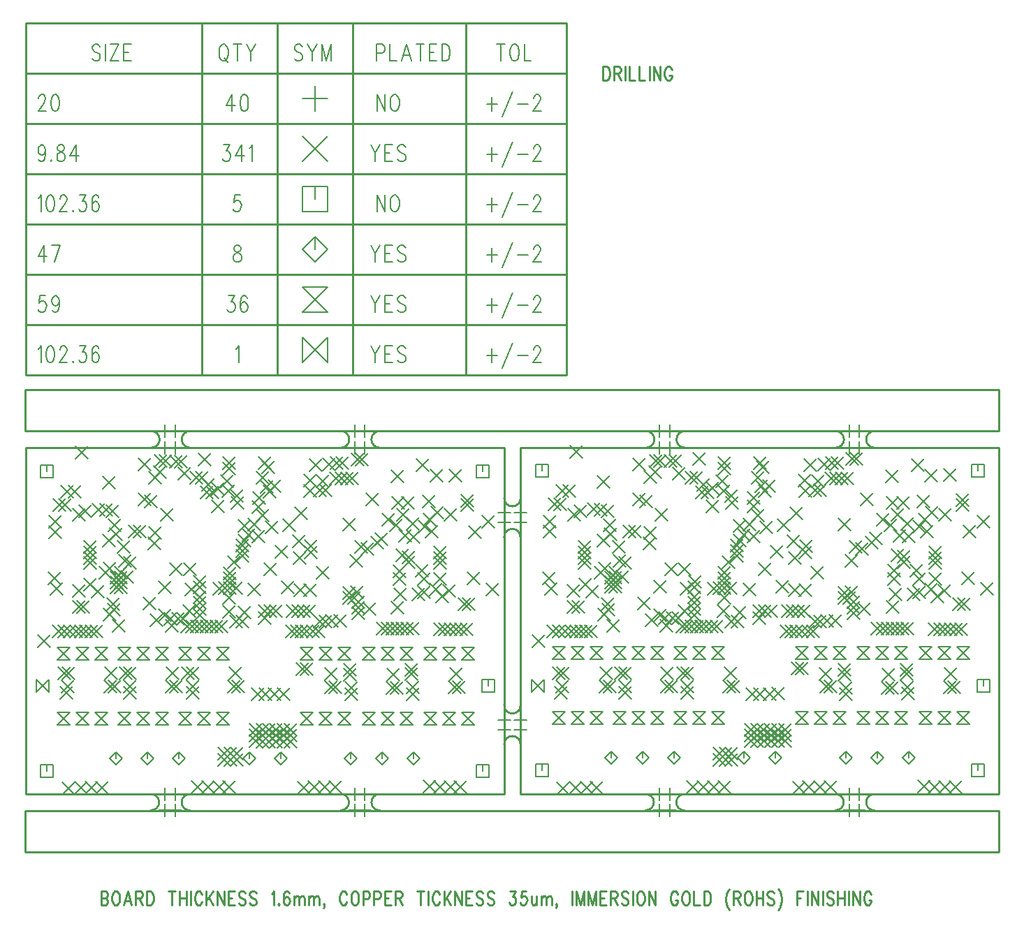
<source format=gbr>
*
%LPD*%
%LN2FOC-DR*%
%FSLAX24Y24*%
%MOIN*%
%SRX1Y1I0.0J0.0*%
%AD*%
%ADD11C,0.010000*%
%ADD20C,0.008000*%
G54D11*
G1X10725Y5443D2*
G1X10725Y4787D1*
G1X10725Y5443D2*
G1X10929Y5443D1*
G1X10997Y5412D1*
G1X11020Y5381D1*
G1X11043Y5318D1*
G1X11043Y5256D1*
G1X11020Y5193D1*
G1X10997Y5162D1*
G1X10929Y5131D1*
G1X10725Y5131D1*
G1X10929Y5131D2*
G1X10997Y5099D1*
G1X11020Y5068D1*
G1X11043Y5006D1*
G1X11043Y4912D1*
G1X11020Y4849D1*
G1X10997Y4818D1*
G1X10929Y4787D1*
G1X10725Y4787D1*
G1X11384Y5443D2*
G1X11338Y5412D1*
G1X11293Y5349D1*
G1X11270Y5287D1*
G1X11247Y5193D1*
G1X11247Y5037D1*
G1X11270Y4943D1*
G1X11293Y4881D1*
G1X11338Y4818D1*
G1X11384Y4787D1*
G1X11475Y4787D1*
G1X11520Y4818D1*
G1X11566Y4881D1*
G1X11588Y4943D1*
G1X11611Y5037D1*
G1X11611Y5193D1*
G1X11588Y5287D1*
G1X11566Y5349D1*
G1X11520Y5412D1*
G1X11475Y5443D1*
G1X11384Y5443D1*
G1X11997Y5443D2*
G1X11816Y4787D1*
G1X11997Y5443D2*
G1X12179Y4787D1*
G1X11884Y5006D2*
G1X12111Y5006D1*
G1X12384Y5443D2*
G1X12384Y4787D1*
G1X12384Y5443D2*
G1X12588Y5443D1*
G1X12657Y5412D1*
G1X12679Y5381D1*
G1X12702Y5318D1*
G1X12702Y5256D1*
G1X12679Y5193D1*
G1X12657Y5162D1*
G1X12588Y5131D1*
G1X12384Y5131D1*
G1X12543Y5131D2*
G1X12702Y4787D1*
G1X12907Y5443D2*
G1X12907Y4787D1*
G1X12907Y5443D2*
G1X13066Y5443D1*
G1X13134Y5412D1*
G1X13179Y5349D1*
G1X13202Y5287D1*
G1X13225Y5193D1*
G1X13225Y5037D1*
G1X13202Y4943D1*
G1X13179Y4881D1*
G1X13134Y4818D1*
G1X13066Y4787D1*
G1X12907Y4787D1*
G1X14111Y5443D2*
G1X14111Y4787D1*
G1X13952Y5443D2*
G1X14270Y5443D1*
G1X14475Y5443D2*
G1X14475Y4787D1*
G1X14793Y5443D2*
G1X14793Y4787D1*
G1X14475Y5131D2*
G1X14793Y5131D1*
G1X14997Y5443D2*
G1X14997Y4787D1*
G1X15543Y5287D2*
G1X15520Y5349D1*
G1X15475Y5412D1*
G1X15429Y5443D1*
G1X15338Y5443D1*
G1X15293Y5412D1*
G1X15247Y5349D1*
G1X15225Y5287D1*
G1X15202Y5193D1*
G1X15202Y5037D1*
G1X15225Y4943D1*
G1X15247Y4881D1*
G1X15293Y4818D1*
G1X15338Y4787D1*
G1X15429Y4787D1*
G1X15475Y4818D1*
G1X15520Y4881D1*
G1X15543Y4943D1*
G1X15747Y5443D2*
G1X15747Y4787D1*
G1X16066Y5443D2*
G1X15747Y5006D1*
G1X15861Y5162D2*
G1X16066Y4787D1*
G1X16270Y5443D2*
G1X16270Y4787D1*
G1X16270Y5443D2*
G1X16588Y4787D1*
G1X16588Y5443D1*
G1X16793Y5443D2*
G1X16793Y4787D1*
G1X16793Y5443D2*
G1X17088Y5443D1*
G1X16793Y5131D2*
G1X16975Y5131D1*
G1X16793Y4787D2*
G1X17088Y4787D1*
G1X17611Y5349D2*
G1X17566Y5412D1*
G1X17497Y5443D1*
G1X17407Y5443D1*
G1X17338Y5412D1*
G1X17293Y5349D1*
G1X17293Y5287D1*
G1X17316Y5224D1*
G1X17338Y5193D1*
G1X17384Y5162D1*
G1X17520Y5099D1*
G1X17566Y5068D1*
G1X17588Y5037D1*
G1X17611Y4974D1*
G1X17611Y4881D1*
G1X17566Y4818D1*
G1X17497Y4787D1*
G1X17407Y4787D1*
G1X17338Y4818D1*
G1X17293Y4881D1*
G1X18134Y5349D2*
G1X18088Y5412D1*
G1X18020Y5443D1*
G1X17929Y5443D1*
G1X17861Y5412D1*
G1X17816Y5349D1*
G1X17816Y5287D1*
G1X17838Y5224D1*
G1X17861Y5193D1*
G1X17907Y5162D1*
G1X18043Y5099D1*
G1X18088Y5068D1*
G1X18111Y5037D1*
G1X18134Y4974D1*
G1X18134Y4881D1*
G1X18088Y4818D1*
G1X18020Y4787D1*
G1X17929Y4787D1*
G1X17861Y4818D1*
G1X17816Y4881D1*
G1X18861Y5318D2*
G1X18907Y5349D1*
G1X18975Y5443D1*
G1X18975Y4787D1*
G1X19202Y4849D2*
G1X19179Y4818D1*
G1X19202Y4787D1*
G1X19225Y4818D1*
G1X19202Y4849D1*
G1X19702Y5349D2*
G1X19679Y5412D1*
G1X19611Y5443D1*
G1X19566Y5443D1*
G1X19497Y5412D1*
G1X19452Y5318D1*
G1X19429Y5162D1*
G1X19429Y5006D1*
G1X19452Y4881D1*
G1X19497Y4818D1*
G1X19566Y4787D1*
G1X19588Y4787D1*
G1X19657Y4818D1*
G1X19702Y4881D1*
G1X19725Y4974D1*
G1X19725Y5006D1*
G1X19702Y5099D1*
G1X19657Y5162D1*
G1X19588Y5193D1*
G1X19566Y5193D1*
G1X19497Y5162D1*
G1X19452Y5099D1*
G1X19429Y5006D1*
G1X19929Y5224D2*
G1X19929Y4787D1*
G1X19929Y5099D2*
G1X19997Y5193D1*
G1X20043Y5224D1*
G1X20111Y5224D1*
G1X20157Y5193D1*
G1X20179Y5099D1*
G1X20179Y4787D1*
G1X20179Y5099D2*
G1X20247Y5193D1*
G1X20293Y5224D1*
G1X20361Y5224D1*
G1X20407Y5193D1*
G1X20429Y5099D1*
G1X20429Y4787D1*
G1X20634Y5224D2*
G1X20634Y4787D1*
G1X20634Y5099D2*
G1X20702Y5193D1*
G1X20747Y5224D1*
G1X20816Y5224D1*
G1X20861Y5193D1*
G1X20884Y5099D1*
G1X20884Y4787D1*
G1X20884Y5099D2*
G1X20952Y5193D1*
G1X20997Y5224D1*
G1X21066Y5224D1*
G1X21111Y5193D1*
G1X21134Y5099D1*
G1X21134Y4787D1*
G1X21384Y4818D2*
G1X21361Y4787D1*
G1X21338Y4818D1*
G1X21361Y4849D1*
G1X21384Y4818D1*
G1X21384Y4756D1*
G1X21361Y4693D1*
G1X21338Y4662D1*
G1X22452Y5287D2*
G1X22429Y5349D1*
G1X22384Y5412D1*
G1X22338Y5443D1*
G1X22247Y5443D1*
G1X22202Y5412D1*
G1X22157Y5349D1*
G1X22134Y5287D1*
G1X22111Y5193D1*
G1X22111Y5037D1*
G1X22134Y4943D1*
G1X22157Y4881D1*
G1X22202Y4818D1*
G1X22247Y4787D1*
G1X22338Y4787D1*
G1X22384Y4818D1*
G1X22429Y4881D1*
G1X22452Y4943D1*
G1X22793Y5443D2*
G1X22747Y5412D1*
G1X22702Y5349D1*
G1X22679Y5287D1*
G1X22657Y5193D1*
G1X22657Y5037D1*
G1X22679Y4943D1*
G1X22702Y4881D1*
G1X22747Y4818D1*
G1X22793Y4787D1*
G1X22884Y4787D1*
G1X22929Y4818D1*
G1X22975Y4881D1*
G1X22997Y4943D1*
G1X23020Y5037D1*
G1X23020Y5193D1*
G1X22997Y5287D1*
G1X22975Y5349D1*
G1X22929Y5412D1*
G1X22884Y5443D1*
G1X22793Y5443D1*
G1X23225Y5443D2*
G1X23225Y4787D1*
G1X23225Y5443D2*
G1X23429Y5443D1*
G1X23497Y5412D1*
G1X23520Y5381D1*
G1X23543Y5318D1*
G1X23543Y5224D1*
G1X23520Y5162D1*
G1X23497Y5131D1*
G1X23429Y5099D1*
G1X23225Y5099D1*
G1X23747Y5443D2*
G1X23747Y4787D1*
G1X23747Y5443D2*
G1X23952Y5443D1*
G1X24020Y5412D1*
G1X24043Y5381D1*
G1X24066Y5318D1*
G1X24066Y5224D1*
G1X24043Y5162D1*
G1X24020Y5131D1*
G1X23952Y5099D1*
G1X23747Y5099D1*
G1X24270Y5443D2*
G1X24270Y4787D1*
G1X24270Y5443D2*
G1X24566Y5443D1*
G1X24270Y5131D2*
G1X24452Y5131D1*
G1X24270Y4787D2*
G1X24566Y4787D1*
G1X24770Y5443D2*
G1X24770Y4787D1*
G1X24770Y5443D2*
G1X24975Y5443D1*
G1X25043Y5412D1*
G1X25066Y5381D1*
G1X25088Y5318D1*
G1X25088Y5256D1*
G1X25066Y5193D1*
G1X25043Y5162D1*
G1X24975Y5131D1*
G1X24770Y5131D1*
G1X24929Y5131D2*
G1X25088Y4787D1*
G1X25975Y5443D2*
G1X25975Y4787D1*
G1X25816Y5443D2*
G1X26134Y5443D1*
G1X26338Y5443D2*
G1X26338Y4787D1*
G1X26884Y5287D2*
G1X26861Y5349D1*
G1X26816Y5412D1*
G1X26770Y5443D1*
G1X26679Y5443D1*
G1X26634Y5412D1*
G1X26588Y5349D1*
G1X26566Y5287D1*
G1X26543Y5193D1*
G1X26543Y5037D1*
G1X26566Y4943D1*
G1X26588Y4881D1*
G1X26634Y4818D1*
G1X26679Y4787D1*
G1X26770Y4787D1*
G1X26816Y4818D1*
G1X26861Y4881D1*
G1X26884Y4943D1*
G1X27088Y5443D2*
G1X27088Y4787D1*
G1X27407Y5443D2*
G1X27088Y5006D1*
G1X27202Y5162D2*
G1X27407Y4787D1*
G1X27611Y5443D2*
G1X27611Y4787D1*
G1X27611Y5443D2*
G1X27929Y4787D1*
G1X27929Y5443D1*
G1X28134Y5443D2*
G1X28134Y4787D1*
G1X28134Y5443D2*
G1X28429Y5443D1*
G1X28134Y5131D2*
G1X28316Y5131D1*
G1X28134Y4787D2*
G1X28429Y4787D1*
G1X28952Y5349D2*
G1X28907Y5412D1*
G1X28838Y5443D1*
G1X28747Y5443D1*
G1X28679Y5412D1*
G1X28634Y5349D1*
G1X28634Y5287D1*
G1X28657Y5224D1*
G1X28679Y5193D1*
G1X28725Y5162D1*
G1X28861Y5099D1*
G1X28907Y5068D1*
G1X28929Y5037D1*
G1X28952Y4974D1*
G1X28952Y4881D1*
G1X28907Y4818D1*
G1X28838Y4787D1*
G1X28747Y4787D1*
G1X28679Y4818D1*
G1X28634Y4881D1*
G1X29475Y5349D2*
G1X29429Y5412D1*
G1X29361Y5443D1*
G1X29270Y5443D1*
G1X29202Y5412D1*
G1X29157Y5349D1*
G1X29157Y5287D1*
G1X29179Y5224D1*
G1X29202Y5193D1*
G1X29247Y5162D1*
G1X29384Y5099D1*
G1X29429Y5068D1*
G1X29452Y5037D1*
G1X29475Y4974D1*
G1X29475Y4881D1*
G1X29429Y4818D1*
G1X29361Y4787D1*
G1X29270Y4787D1*
G1X29202Y4818D1*
G1X29157Y4881D1*
G1X30247Y5443D2*
G1X30497Y5443D1*
G1X30361Y5193D1*
G1X30429Y5193D1*
G1X30475Y5162D1*
G1X30497Y5131D1*
G1X30520Y5037D1*
G1X30520Y4974D1*
G1X30497Y4881D1*
G1X30452Y4818D1*
G1X30384Y4787D1*
G1X30316Y4787D1*
G1X30247Y4818D1*
G1X30225Y4849D1*
G1X30202Y4912D1*
G1X31020Y5443D2*
G1X30793Y5443D1*
G1X30770Y5162D1*
G1X30793Y5193D1*
G1X30861Y5224D1*
G1X30929Y5224D1*
G1X30997Y5193D1*
G1X31043Y5131D1*
G1X31066Y5037D1*
G1X31043Y4974D1*
G1X31020Y4881D1*
G1X30975Y4818D1*
G1X30907Y4787D1*
G1X30838Y4787D1*
G1X30770Y4818D1*
G1X30747Y4849D1*
G1X30725Y4912D1*
G1X31270Y5224D2*
G1X31270Y4912D1*
G1X31293Y4818D1*
G1X31338Y4787D1*
G1X31407Y4787D1*
G1X31452Y4818D1*
G1X31520Y4912D1*
G1X31520Y5224D2*
G1X31520Y4787D1*
G1X31725Y5224D2*
G1X31725Y4787D1*
G1X31725Y5099D2*
G1X31793Y5193D1*
G1X31838Y5224D1*
G1X31907Y5224D1*
G1X31952Y5193D1*
G1X31975Y5099D1*
G1X31975Y4787D1*
G1X31975Y5099D2*
G1X32043Y5193D1*
G1X32088Y5224D1*
G1X32157Y5224D1*
G1X32202Y5193D1*
G1X32225Y5099D1*
G1X32225Y4787D1*
G1X32475Y4818D2*
G1X32452Y4787D1*
G1X32429Y4818D1*
G1X32452Y4849D1*
G1X32475Y4818D1*
G1X32475Y4756D1*
G1X32452Y4693D1*
G1X32429Y4662D1*
G1X33202Y5443D2*
G1X33202Y4787D1*
G1X33407Y5443D2*
G1X33407Y4787D1*
G1X33407Y5443D2*
G1X33588Y4787D1*
G1X33770Y5443D1*
G1X33770Y4787D1*
G1X33975Y5443D2*
G1X33975Y4787D1*
G1X33975Y5443D2*
G1X34157Y4787D1*
G1X34338Y5443D1*
G1X34338Y4787D1*
G1X34543Y5443D2*
G1X34543Y4787D1*
G1X34543Y5443D2*
G1X34838Y5443D1*
G1X34543Y5131D2*
G1X34725Y5131D1*
G1X34543Y4787D2*
G1X34838Y4787D1*
G1X35043Y5443D2*
G1X35043Y4787D1*
G1X35043Y5443D2*
G1X35247Y5443D1*
G1X35316Y5412D1*
G1X35338Y5381D1*
G1X35361Y5318D1*
G1X35361Y5256D1*
G1X35338Y5193D1*
G1X35316Y5162D1*
G1X35247Y5131D1*
G1X35043Y5131D1*
G1X35202Y5131D2*
G1X35361Y4787D1*
G1X35884Y5349D2*
G1X35838Y5412D1*
G1X35770Y5443D1*
G1X35679Y5443D1*
G1X35611Y5412D1*
G1X35566Y5349D1*
G1X35566Y5287D1*
G1X35588Y5224D1*
G1X35611Y5193D1*
G1X35657Y5162D1*
G1X35793Y5099D1*
G1X35838Y5068D1*
G1X35861Y5037D1*
G1X35884Y4974D1*
G1X35884Y4881D1*
G1X35838Y4818D1*
G1X35770Y4787D1*
G1X35679Y4787D1*
G1X35611Y4818D1*
G1X35566Y4881D1*
G1X36088Y5443D2*
G1X36088Y4787D1*
G1X36429Y5443D2*
G1X36384Y5412D1*
G1X36338Y5349D1*
G1X36316Y5287D1*
G1X36293Y5193D1*
G1X36293Y5037D1*
G1X36316Y4943D1*
G1X36338Y4881D1*
G1X36384Y4818D1*
G1X36429Y4787D1*
G1X36520Y4787D1*
G1X36566Y4818D1*
G1X36611Y4881D1*
G1X36634Y4943D1*
G1X36657Y5037D1*
G1X36657Y5193D1*
G1X36634Y5287D1*
G1X36611Y5349D1*
G1X36566Y5412D1*
G1X36520Y5443D1*
G1X36429Y5443D1*
G1X36861Y5443D2*
G1X36861Y4787D1*
G1X36861Y5443D2*
G1X37179Y4787D1*
G1X37179Y5443D1*
G1X38247Y5287D2*
G1X38225Y5349D1*
G1X38179Y5412D1*
G1X38134Y5443D1*
G1X38043Y5443D1*
G1X37997Y5412D1*
G1X37952Y5349D1*
G1X37929Y5287D1*
G1X37907Y5193D1*
G1X37907Y5037D1*
G1X37929Y4943D1*
G1X37952Y4881D1*
G1X37997Y4818D1*
G1X38043Y4787D1*
G1X38134Y4787D1*
G1X38179Y4818D1*
G1X38225Y4881D1*
G1X38247Y4943D1*
G1X38247Y5037D1*
G1X38134Y5037D1*
G1X38588Y5443D2*
G1X38543Y5412D1*
G1X38497Y5349D1*
G1X38475Y5287D1*
G1X38452Y5193D1*
G1X38452Y5037D1*
G1X38475Y4943D1*
G1X38497Y4881D1*
G1X38543Y4818D1*
G1X38588Y4787D1*
G1X38679Y4787D1*
G1X38725Y4818D1*
G1X38770Y4881D1*
G1X38793Y4943D1*
G1X38816Y5037D1*
G1X38816Y5193D1*
G1X38793Y5287D1*
G1X38770Y5349D1*
G1X38725Y5412D1*
G1X38679Y5443D1*
G1X38588Y5443D1*
G1X39020Y5443D2*
G1X39020Y4787D1*
G1X39293Y4787D1*
G1X39497Y5443D2*
G1X39497Y4787D1*
G1X39497Y5443D2*
G1X39657Y5443D1*
G1X39725Y5412D1*
G1X39770Y5349D1*
G1X39793Y5287D1*
G1X39816Y5193D1*
G1X39816Y5037D1*
G1X39793Y4943D1*
G1X39770Y4881D1*
G1X39725Y4818D1*
G1X39657Y4787D1*
G1X39497Y4787D1*
G1X40702Y5568D2*
G1X40657Y5506D1*
G1X40611Y5412D1*
G1X40566Y5287D1*
G1X40543Y5131D1*
G1X40543Y5006D1*
G1X40566Y4849D1*
G1X40611Y4724D1*
G1X40657Y4631D1*
G1X40702Y4568D1*
G1X40907Y5443D2*
G1X40907Y4787D1*
G1X40907Y5443D2*
G1X41111Y5443D1*
G1X41179Y5412D1*
G1X41202Y5381D1*
G1X41225Y5318D1*
G1X41225Y5256D1*
G1X41202Y5193D1*
G1X41179Y5162D1*
G1X41111Y5131D1*
G1X40907Y5131D1*
G1X41066Y5131D2*
G1X41225Y4787D1*
G1X41566Y5443D2*
G1X41520Y5412D1*
G1X41475Y5349D1*
G1X41452Y5287D1*
G1X41429Y5193D1*
G1X41429Y5037D1*
G1X41452Y4943D1*
G1X41475Y4881D1*
G1X41520Y4818D1*
G1X41566Y4787D1*
G1X41657Y4787D1*
G1X41702Y4818D1*
G1X41747Y4881D1*
G1X41770Y4943D1*
G1X41793Y5037D1*
G1X41793Y5193D1*
G1X41770Y5287D1*
G1X41747Y5349D1*
G1X41702Y5412D1*
G1X41657Y5443D1*
G1X41566Y5443D1*
G1X41997Y5443D2*
G1X41997Y4787D1*
G1X42316Y5443D2*
G1X42316Y4787D1*
G1X41997Y5131D2*
G1X42316Y5131D1*
G1X42838Y5349D2*
G1X42793Y5412D1*
G1X42725Y5443D1*
G1X42634Y5443D1*
G1X42566Y5412D1*
G1X42520Y5349D1*
G1X42520Y5287D1*
G1X42543Y5224D1*
G1X42566Y5193D1*
G1X42611Y5162D1*
G1X42747Y5099D1*
G1X42793Y5068D1*
G1X42816Y5037D1*
G1X42838Y4974D1*
G1X42838Y4881D1*
G1X42793Y4818D1*
G1X42725Y4787D1*
G1X42634Y4787D1*
G1X42566Y4818D1*
G1X42520Y4881D1*
G1X43043Y5568D2*
G1X43088Y5506D1*
G1X43134Y5412D1*
G1X43179Y5287D1*
G1X43202Y5131D1*
G1X43202Y5006D1*
G1X43179Y4849D1*
G1X43134Y4724D1*
G1X43088Y4631D1*
G1X43043Y4568D1*
G1X43929Y5443D2*
G1X43929Y4787D1*
G1X43929Y5443D2*
G1X44225Y5443D1*
G1X43929Y5131D2*
G1X44111Y5131D1*
G1X44429Y5443D2*
G1X44429Y4787D1*
G1X44634Y5443D2*
G1X44634Y4787D1*
G1X44634Y5443D2*
G1X44952Y4787D1*
G1X44952Y5443D1*
G1X45157Y5443D2*
G1X45157Y4787D1*
G1X45679Y5349D2*
G1X45634Y5412D1*
G1X45566Y5443D1*
G1X45475Y5443D1*
G1X45407Y5412D1*
G1X45361Y5349D1*
G1X45361Y5287D1*
G1X45384Y5224D1*
G1X45407Y5193D1*
G1X45452Y5162D1*
G1X45588Y5099D1*
G1X45634Y5068D1*
G1X45657Y5037D1*
G1X45679Y4974D1*
G1X45679Y4881D1*
G1X45634Y4818D1*
G1X45566Y4787D1*
G1X45475Y4787D1*
G1X45407Y4818D1*
G1X45361Y4881D1*
G1X45884Y5443D2*
G1X45884Y4787D1*
G1X46202Y5443D2*
G1X46202Y4787D1*
G1X45884Y5131D2*
G1X46202Y5131D1*
G1X46407Y5443D2*
G1X46407Y4787D1*
G1X46611Y5443D2*
G1X46611Y4787D1*
G1X46611Y5443D2*
G1X46929Y4787D1*
G1X46929Y5443D1*
G1X47475Y5287D2*
G1X47452Y5349D1*
G1X47407Y5412D1*
G1X47361Y5443D1*
G1X47270Y5443D1*
G1X47225Y5412D1*
G1X47179Y5349D1*
G1X47157Y5287D1*
G1X47134Y5193D1*
G1X47134Y5037D1*
G1X47157Y4943D1*
G1X47179Y4881D1*
G1X47225Y4818D1*
G1X47270Y4787D1*
G1X47361Y4787D1*
G1X47407Y4818D1*
G1X47452Y4881D1*
G1X47475Y4943D1*
G1X47475Y5037D1*
G1X47361Y5037D1*
G1X7125Y10087D2*
G1X29959Y10087D1*
G1X29959Y26622D1*
G1X7125Y26622D1*
G1X7125Y10087D1*
G1X13104Y26617D2*
G75*
G3X13105Y27417I17J400D1*
G74*
G1X14995Y27417D2*
G75*
G3X14994Y26617I-17J-400D1*
G74*
G1X22154Y26617D2*
G75*
G3X22155Y27417I17J400D1*
G74*
G1X24045Y27417D2*
G75*
G3X24044Y26617I-17J-400D1*
G74*
G1X13094Y9311D2*
G75*
G3X13095Y10087I16J388D1*
G74*
G1X14975Y10086D2*
G75*
G3X14974Y9307I-16J-390D1*
G74*
G1X22154Y9311D2*
G75*
G3X22155Y10087I16J388D1*
G74*
G1X24035Y10086D2*
G75*
G3X24034Y9307I-16J-390D1*
G74*
G1X30741Y12456D2*
G75*
G3X29965Y12457I-388J16D1*
G74*
G1X29966Y14337D2*
G75*
G3X30745Y14337I390J-16D1*
G74*
G1X7118Y29383D2*
G1X53575Y29383D1*
G1X53575Y27415D1*
G1X7118Y27415D1*
G1X7118Y29383D1*
G1X30740Y10092D2*
G1X53575Y10092D1*
G1X53575Y26627D1*
G1X30740Y26627D1*
G1X30740Y10092D1*
G1X7118Y9304D2*
G1X53575Y9304D1*
G1X53575Y7336D1*
G1X7118Y7336D1*
G1X7118Y9304D1*
G1X30741Y22346D2*
G75*
G3X29965Y22347I-388J16D1*
G74*
G1X29966Y24227D2*
G75*
G3X30745Y24227I390J-16D1*
G74*
G1X38605Y27417D2*
G75*
G3X38604Y26617I-17J-400D1*
G74*
G1X36714Y26617D2*
G75*
G3X36715Y27417I17J400D1*
G74*
G1X45764Y26617D2*
G75*
G3X45765Y27417I17J400D1*
G74*
G1X47655Y27417D2*
G75*
G3X47654Y26617I-17J-400D1*
G74*
G1X47645Y10086D2*
G75*
G3X47644Y9307I-16J-390D1*
G74*
G1X45764Y9311D2*
G75*
G3X45765Y10087I16J388D1*
G74*
G1X38585Y10086D2*
G75*
G3X38584Y9307I-16J-390D1*
G74*
G1X36704Y9311D2*
G75*
G3X36705Y10087I16J388D1*
G74*
G1X7125Y46887D2*
G1X32925Y46887D1*
G1X7125Y44487D2*
G1X32925Y44487D1*
G1X7125Y42087D2*
G1X32925Y42087D1*
G1X7125Y39687D2*
G1X32925Y39687D1*
G1X7125Y37287D2*
G1X32925Y37287D1*
G1X7125Y34887D2*
G1X32925Y34887D1*
G1X7125Y32487D2*
G1X32925Y32487D1*
G1X7125Y30087D2*
G1X32925Y30087D1*
G1X7125Y46887D2*
G1X7125Y30087D1*
G1X15525Y46887D2*
G1X15525Y30087D1*
G1X19125Y46887D2*
G1X19125Y30087D1*
G1X22725Y46887D2*
G1X22725Y30087D1*
G1X28125Y46887D2*
G1X28125Y30087D1*
G1X32925Y46887D2*
G1X32925Y30087D1*
G1X17792Y11504D2*
G54D20*
G1X18092Y11804D1*
G1X17792Y12104D1*
G1X17492Y11804D1*
G1X17792Y11504D1*
G1X17792Y11804D2*
G1X17792Y12104D1*
G1X19292Y11504D2*
G1X19592Y11804D1*
G1X19292Y12104D1*
G1X18992Y11804D1*
G1X19292Y11504D1*
G1X19292Y11804D2*
G1X19292Y12104D1*
G1X11442Y11504D2*
G1X11742Y11804D1*
G1X11442Y12104D1*
G1X11142Y11804D1*
G1X11442Y11504D1*
G1X11442Y11804D2*
G1X11442Y12104D1*
G1X12942Y11504D2*
G1X13242Y11804D1*
G1X12942Y12104D1*
G1X12642Y11804D1*
G1X12942Y11504D1*
G1X12942Y11804D2*
G1X12942Y12104D1*
G1X14442Y11504D2*
G1X14742Y11804D1*
G1X14442Y12104D1*
G1X14142Y11804D1*
G1X14442Y11504D1*
G1X14442Y11804D2*
G1X14442Y12104D1*
G1X22642Y11504D2*
G1X22942Y11804D1*
G1X22642Y12104D1*
G1X22342Y11804D1*
G1X22642Y11504D1*
G1X22642Y11804D2*
G1X22642Y12104D1*
G1X24142Y11504D2*
G1X24442Y11804D1*
G1X24142Y12104D1*
G1X23842Y11804D1*
G1X24142Y11504D1*
G1X24142Y11804D2*
G1X24142Y12104D1*
G1X25642Y11504D2*
G1X25942Y11804D1*
G1X25642Y12104D1*
G1X25342Y11804D1*
G1X25642Y11504D1*
G1X25642Y11804D2*
G1X25642Y12104D1*
G1X7842Y10904D2*
G1X8442Y10904D1*
G1X8442Y11504D1*
G1X7842Y11504D1*
G1X7842Y10904D1*
G1X8142Y11204D2*
G1X8142Y11504D1*
G1X28642Y10904D2*
G1X29242Y10904D1*
G1X29242Y11504D1*
G1X28642Y11504D1*
G1X28642Y10904D1*
G1X28942Y11204D2*
G1X28942Y11504D1*
G1X7645Y14954D2*
G1X8245Y15554D1*
G1X8245Y14954D1*
G1X7645Y15554D1*
G1X7645Y14954D1*
G1X28905Y14954D2*
G1X29505Y14954D1*
G1X29505Y15554D1*
G1X28905Y15554D1*
G1X28905Y14954D1*
G1X29205Y15254D2*
G1X29205Y15554D1*
G1X8642Y13404D2*
G1X9242Y13404D1*
G1X8642Y14004D1*
G1X9242Y14004D1*
G1X8642Y13404D1*
G1X9542Y13404D2*
G1X10142Y13404D1*
G1X9542Y14004D1*
G1X10142Y14004D1*
G1X9542Y13404D1*
G1X10442Y13404D2*
G1X11042Y13404D1*
G1X10442Y14004D1*
G1X11042Y14004D1*
G1X10442Y13404D1*
G1X22042Y16504D2*
G1X22642Y16504D1*
G1X22042Y17104D1*
G1X22642Y17104D1*
G1X22042Y16504D1*
G1X21142Y16504D2*
G1X21742Y16504D1*
G1X21142Y17104D1*
G1X21742Y17104D1*
G1X21142Y16504D1*
G1X20242Y16504D2*
G1X20842Y16504D1*
G1X20242Y17104D1*
G1X20842Y17104D1*
G1X20242Y16504D1*
G1X24992Y16504D2*
G1X25592Y16504D1*
G1X24992Y17104D1*
G1X25592Y17104D1*
G1X24992Y16504D1*
G1X24092Y16504D2*
G1X24692Y16504D1*
G1X24092Y17104D1*
G1X24692Y17104D1*
G1X24092Y16504D1*
G1X23192Y16504D2*
G1X23792Y16504D1*
G1X23192Y17104D1*
G1X23792Y17104D1*
G1X23192Y16504D1*
G1X27942Y16504D2*
G1X28542Y16504D1*
G1X27942Y17104D1*
G1X28542Y17104D1*
G1X27942Y16504D1*
G1X27042Y16504D2*
G1X27642Y16504D1*
G1X27042Y17104D1*
G1X27642Y17104D1*
G1X27042Y16504D1*
G1X26142Y16504D2*
G1X26742Y16504D1*
G1X26142Y17104D1*
G1X26742Y17104D1*
G1X26142Y16504D1*
G1X11542Y13404D2*
G1X12142Y13404D1*
G1X11542Y14004D1*
G1X12142Y14004D1*
G1X11542Y13404D1*
G1X12442Y13404D2*
G1X13042Y13404D1*
G1X12442Y14004D1*
G1X13042Y14004D1*
G1X12442Y13404D1*
G1X13342Y13404D2*
G1X13942Y13404D1*
G1X13342Y14004D1*
G1X13942Y14004D1*
G1X13342Y13404D1*
G1X14442Y13404D2*
G1X15042Y13404D1*
G1X14442Y14004D1*
G1X15042Y14004D1*
G1X14442Y13404D1*
G1X15342Y13404D2*
G1X15942Y13404D1*
G1X15342Y14004D1*
G1X15942Y14004D1*
G1X15342Y13404D1*
G1X16242Y13404D2*
G1X16842Y13404D1*
G1X16242Y14004D1*
G1X16842Y14004D1*
G1X16242Y13404D1*
G1X10442Y16504D2*
G1X11042Y16504D1*
G1X10442Y17104D1*
G1X11042Y17104D1*
G1X10442Y16504D1*
G1X9542Y16504D2*
G1X10142Y16504D1*
G1X9542Y17104D1*
G1X10142Y17104D1*
G1X9542Y16504D1*
G1X8642Y16504D2*
G1X9242Y16504D1*
G1X8642Y17104D1*
G1X9242Y17104D1*
G1X8642Y16504D1*
G1X13342Y16504D2*
G1X13942Y16504D1*
G1X13342Y17104D1*
G1X13942Y17104D1*
G1X13342Y16504D1*
G1X12442Y16504D2*
G1X13042Y16504D1*
G1X12442Y17104D1*
G1X13042Y17104D1*
G1X12442Y16504D1*
G1X11542Y16504D2*
G1X12142Y16504D1*
G1X11542Y17104D1*
G1X12142Y17104D1*
G1X11542Y16504D1*
G1X16242Y16504D2*
G1X16842Y16504D1*
G1X16242Y17104D1*
G1X16842Y17104D1*
G1X16242Y16504D1*
G1X15342Y16504D2*
G1X15942Y16504D1*
G1X15342Y17104D1*
G1X15942Y17104D1*
G1X15342Y16504D1*
G1X14442Y16504D2*
G1X15042Y16504D1*
G1X14442Y17104D1*
G1X15042Y17104D1*
G1X14442Y16504D1*
G1X20242Y13404D2*
G1X20842Y13404D1*
G1X20242Y14004D1*
G1X20842Y14004D1*
G1X20242Y13404D1*
G1X21142Y13404D2*
G1X21742Y13404D1*
G1X21142Y14004D1*
G1X21742Y14004D1*
G1X21142Y13404D1*
G1X22042Y13404D2*
G1X22642Y13404D1*
G1X22042Y14004D1*
G1X22642Y14004D1*
G1X22042Y13404D1*
G1X23192Y13404D2*
G1X23792Y13404D1*
G1X23192Y14004D1*
G1X23792Y14004D1*
G1X23192Y13404D1*
G1X24092Y13404D2*
G1X24692Y13404D1*
G1X24092Y14004D1*
G1X24692Y14004D1*
G1X24092Y13404D1*
G1X24992Y13404D2*
G1X25592Y13404D1*
G1X24992Y14004D1*
G1X25592Y14004D1*
G1X24992Y13404D1*
G1X26142Y13404D2*
G1X26742Y13404D1*
G1X26142Y14004D1*
G1X26742Y14004D1*
G1X26142Y13404D1*
G1X27042Y13404D2*
G1X27642Y13404D1*
G1X27042Y14004D1*
G1X27642Y14004D1*
G1X27042Y13404D1*
G1X27942Y13404D2*
G1X28542Y13404D1*
G1X27942Y14004D1*
G1X28542Y14004D1*
G1X27942Y13404D1*
G1X7842Y25204D2*
G1X8442Y25204D1*
G1X8442Y25804D1*
G1X7842Y25804D1*
G1X7842Y25204D1*
G1X8142Y25504D2*
G1X8142Y25804D1*
G1X28642Y25204D2*
G1X29242Y25204D1*
G1X29242Y25804D1*
G1X28642Y25804D1*
G1X28642Y25204D1*
G1X28942Y25504D2*
G1X28942Y25804D1*
G1X13484Y26631D2*
G1X14084Y26631D1*
G1X13784Y26331D2*
G1X13784Y26931D1*
G1X13957Y27419D2*
G1X14557Y27419D1*
G1X14257Y27119D2*
G1X14257Y27719D1*
G1X13484Y27419D2*
G1X14084Y27419D1*
G1X13784Y27119D2*
G1X13784Y27719D1*
G1X13957Y26631D2*
G1X14557Y26631D1*
G1X14257Y26331D2*
G1X14257Y26931D1*
G1X23012Y27419D2*
G1X23612Y27419D1*
G1X23312Y27119D2*
G1X23312Y27719D1*
G1X22539Y27419D2*
G1X23139Y27419D1*
G1X22839Y27119D2*
G1X22839Y27719D1*
G1X22539Y26631D2*
G1X23139Y26631D1*
G1X22839Y26331D2*
G1X22839Y26931D1*
G1X23012Y26631D2*
G1X23612Y26631D1*
G1X23312Y26331D2*
G1X23312Y26931D1*
G1X13957Y10096D2*
G1X14557Y10096D1*
G1X14257Y9796D2*
G1X14257Y10396D1*
G1X13484Y10096D2*
G1X14084Y10096D1*
G1X13784Y9796D2*
G1X13784Y10396D1*
G1X13484Y9308D2*
G1X14084Y9308D1*
G1X13784Y9008D2*
G1X13784Y9608D1*
G1X13957Y9308D2*
G1X14557Y9308D1*
G1X14257Y9008D2*
G1X14257Y9608D1*
G1X23012Y10096D2*
G1X23612Y10096D1*
G1X23312Y9796D2*
G1X23312Y10396D1*
G1X22539Y10096D2*
G1X23139Y10096D1*
G1X22839Y9796D2*
G1X22839Y10396D1*
G1X22539Y9308D2*
G1X23139Y9308D1*
G1X22839Y9008D2*
G1X22839Y9608D1*
G1X23012Y9308D2*
G1X23612Y9308D1*
G1X23312Y9008D2*
G1X23312Y9608D1*
G1X29665Y13157D2*
G1X30265Y13157D1*
G1X29965Y12857D2*
G1X29965Y13457D1*
G1X29665Y13629D2*
G1X30265Y13629D1*
G1X29965Y13329D2*
G1X29965Y13929D1*
G1X30452Y13157D2*
G1X31052Y13157D1*
G1X30752Y12857D2*
G1X30752Y13457D1*
G1X30452Y13629D2*
G1X31052Y13629D1*
G1X30752Y13329D2*
G1X30752Y13929D1*
G1X29665Y23057D2*
G1X30265Y23057D1*
G1X29965Y22757D2*
G1X29965Y23357D1*
G1X29665Y23529D2*
G1X30265Y23529D1*
G1X29965Y23229D2*
G1X29965Y23829D1*
G1X30452Y23057D2*
G1X31052Y23057D1*
G1X30752Y22757D2*
G1X30752Y23357D1*
G1X30452Y23529D2*
G1X31052Y23529D1*
G1X30752Y23229D2*
G1X30752Y23829D1*
G1X37084Y27419D2*
G1X37684Y27419D1*
G1X37384Y27119D2*
G1X37384Y27719D1*
G1X37557Y27419D2*
G1X38157Y27419D1*
G1X37857Y27119D2*
G1X37857Y27719D1*
G1X37084Y26631D2*
G1X37684Y26631D1*
G1X37384Y26331D2*
G1X37384Y26931D1*
G1X37557Y26631D2*
G1X38157Y26631D1*
G1X37857Y26331D2*
G1X37857Y26931D1*
G1X46139Y27419D2*
G1X46739Y27419D1*
G1X46439Y27119D2*
G1X46439Y27719D1*
G1X46612Y27419D2*
G1X47212Y27419D1*
G1X46912Y27119D2*
G1X46912Y27719D1*
G1X46139Y26631D2*
G1X46739Y26631D1*
G1X46439Y26331D2*
G1X46439Y26931D1*
G1X46612Y26631D2*
G1X47212Y26631D1*
G1X46912Y26331D2*
G1X46912Y26931D1*
G1X37084Y10096D2*
G1X37684Y10096D1*
G1X37384Y9796D2*
G1X37384Y10396D1*
G1X37557Y10096D2*
G1X38157Y10096D1*
G1X37857Y9796D2*
G1X37857Y10396D1*
G1X37557Y9308D2*
G1X38157Y9308D1*
G1X37857Y9008D2*
G1X37857Y9608D1*
G1X37084Y9308D2*
G1X37684Y9308D1*
G1X37384Y9008D2*
G1X37384Y9608D1*
G1X46139Y10096D2*
G1X46739Y10096D1*
G1X46439Y9796D2*
G1X46439Y10396D1*
G1X46612Y10096D2*
G1X47212Y10096D1*
G1X46912Y9796D2*
G1X46912Y10396D1*
G1X46139Y9308D2*
G1X46739Y9308D1*
G1X46439Y9008D2*
G1X46439Y9608D1*
G1X46612Y9308D2*
G1X47212Y9308D1*
G1X46912Y9008D2*
G1X46912Y9608D1*
G1X9462Y10082D2*
G1X10062Y10682D1*
G1X9462Y10682D2*
G1X10062Y10082D1*
G1X8872Y10062D2*
G1X9472Y10662D1*
G1X8872Y10662D2*
G1X9472Y10062D1*
G1X9974Y10082D2*
G1X10574Y10682D1*
G1X9974Y10682D2*
G1X10574Y10082D1*
G1X10466Y10082D2*
G1X11066Y10682D1*
G1X10466Y10682D2*
G1X11066Y10082D1*
G1X15053Y10121D2*
G1X15653Y10721D1*
G1X15053Y10721D2*
G1X15653Y10121D1*
G1X15545Y10121D2*
G1X16145Y10721D1*
G1X15545Y10721D2*
G1X16145Y10121D1*
G1X16903Y11716D2*
G1X17503Y12316D1*
G1X16903Y12316D2*
G1X17503Y11716D1*
G1X16608Y11716D2*
G1X17208Y12316D1*
G1X16608Y12316D2*
G1X17208Y11716D1*
G1X16313Y11716D2*
G1X16913Y12316D1*
G1X16313Y12316D2*
G1X16913Y11716D1*
G1X16313Y11421D2*
G1X16913Y12021D1*
G1X16313Y12021D2*
G1X16913Y11421D1*
G1X16608Y11421D2*
G1X17208Y12021D1*
G1X16608Y12021D2*
G1X17208Y11421D1*
G1X16903Y11421D2*
G1X17503Y12021D1*
G1X16903Y12021D2*
G1X17503Y11421D1*
G1X16057Y10121D2*
G1X16657Y10721D1*
G1X16057Y10721D2*
G1X16657Y10121D1*
G1X16549Y10121D2*
G1X17149Y10721D1*
G1X16549Y10721D2*
G1X17149Y10121D1*
G1X20112Y10082D2*
G1X20712Y10682D1*
G1X20112Y10682D2*
G1X20712Y10082D1*
G1X20604Y10121D2*
G1X21204Y10721D1*
G1X20604Y10721D2*
G1X21204Y10121D1*
G1X21608Y10121D2*
G1X22208Y10721D1*
G1X21608Y10721D2*
G1X22208Y10121D1*
G1X21116Y10121D2*
G1X21716Y10721D1*
G1X21116Y10721D2*
G1X21716Y10121D1*
G1X27100Y10121D2*
G1X27700Y10721D1*
G1X27100Y10721D2*
G1X27700Y10121D1*
G1X26096Y10141D2*
G1X26696Y10741D1*
G1X26096Y10741D2*
G1X26696Y10141D1*
G1X26588Y10121D2*
G1X27188Y10721D1*
G1X26588Y10721D2*
G1X27188Y10121D1*
G1X27573Y10121D2*
G1X28173Y10721D1*
G1X27573Y10721D2*
G1X28173Y10121D1*
G1X17811Y12308D2*
G1X18411Y12908D1*
G1X17811Y12908D2*
G1X18411Y12308D1*
G1X17811Y12584D2*
G1X18411Y13184D1*
G1X17811Y13184D2*
G1X18411Y12584D1*
G1X17809Y12858D2*
G1X18409Y13458D1*
G1X17809Y13458D2*
G1X18409Y12858D1*
G1X18122Y12856D2*
G1X18722Y13456D1*
G1X18122Y13456D2*
G1X18722Y12856D1*
G1X19128Y12858D2*
G1X19728Y13458D1*
G1X19128Y13458D2*
G1X19728Y12858D1*
G1X18771Y12856D2*
G1X19371Y13456D1*
G1X18771Y13456D2*
G1X19371Y12856D1*
G1X18436Y12856D2*
G1X19036Y13456D1*
G1X18436Y13456D2*
G1X19036Y12856D1*
G1X18124Y12582D2*
G1X18724Y13182D1*
G1X18124Y13182D2*
G1X18724Y12582D1*
G1X18124Y12306D2*
G1X18724Y12906D1*
G1X18124Y12906D2*
G1X18724Y12306D1*
G1X18439Y12306D2*
G1X19039Y12906D1*
G1X18439Y12906D2*
G1X19039Y12306D1*
G1X18774Y12306D2*
G1X19374Y12906D1*
G1X18774Y12906D2*
G1X19374Y12306D1*
G1X19462Y12306D2*
G1X20062Y12906D1*
G1X19462Y12906D2*
G1X20062Y12306D1*
G1X19128Y12306D2*
G1X19728Y12906D1*
G1X19128Y12906D2*
G1X19728Y12306D1*
G1X19462Y12582D2*
G1X20062Y13182D1*
G1X19462Y13182D2*
G1X20062Y12582D1*
G1X19128Y12582D2*
G1X19728Y13182D1*
G1X19128Y13182D2*
G1X19728Y12582D1*
G1X18439Y12582D2*
G1X19039Y13182D1*
G1X18439Y13182D2*
G1X19039Y12582D1*
G1X18774Y12582D2*
G1X19374Y13182D1*
G1X18774Y13182D2*
G1X19374Y12582D1*
G1X19462Y12858D2*
G1X20062Y13458D1*
G1X19462Y13458D2*
G1X20062Y12858D1*
G1X8872Y15554D2*
G1X9472Y16154D1*
G1X8872Y16154D2*
G1X9472Y15554D1*
G1X8833Y14925D2*
G1X9433Y15525D1*
G1X8833Y15525D2*
G1X9433Y14925D1*
G1X8655Y15554D2*
G1X9255Y16154D1*
G1X8655Y16154D2*
G1X9255Y15554D1*
G1X8754Y14610D2*
G1X9354Y15210D1*
G1X8754Y15210D2*
G1X9354Y14610D1*
G1X11077Y14925D2*
G1X11677Y15525D1*
G1X11077Y15525D2*
G1X11677Y14925D1*
G1X11608Y15554D2*
G1X12208Y16154D1*
G1X11608Y16154D2*
G1X12208Y15554D1*
G1X10919Y15554D2*
G1X11519Y16154D1*
G1X10919Y16154D2*
G1X11519Y15554D1*
G1X10880Y14925D2*
G1X11480Y15525D1*
G1X10880Y15525D2*
G1X11480Y14925D1*
G1X11805Y14610D2*
G1X12405Y15210D1*
G1X11805Y15210D2*
G1X12405Y14610D1*
G1X11805Y14925D2*
G1X12405Y15525D1*
G1X11805Y15525D2*
G1X12405Y14925D1*
G1X11805Y15554D2*
G1X12405Y16154D1*
G1X11805Y16154D2*
G1X12405Y15554D1*
G1X14010Y14925D2*
G1X14610Y15525D1*
G1X14010Y15525D2*
G1X14610Y14925D1*
G1X14581Y15554D2*
G1X15181Y16154D1*
G1X14581Y16154D2*
G1X15181Y15554D1*
G1X13833Y15554D2*
G1X14433Y16154D1*
G1X13833Y16154D2*
G1X14433Y15554D1*
G1X14797Y14610D2*
G1X15397Y15210D1*
G1X14797Y15210D2*
G1X15397Y14610D1*
G1X14797Y14925D2*
G1X15397Y15525D1*
G1X14797Y15525D2*
G1X15397Y14925D1*
G1X14797Y15554D2*
G1X15397Y16154D1*
G1X14797Y16154D2*
G1X15397Y15554D1*
G1X13813Y14925D2*
G1X14413Y15525D1*
G1X13813Y15525D2*
G1X14413Y14925D1*
G1X16982Y14925D2*
G1X17582Y15525D1*
G1X16982Y15525D2*
G1X17582Y14925D1*
G1X16785Y14925D2*
G1X17385Y15525D1*
G1X16785Y15525D2*
G1X17385Y14925D1*
G1X16844Y15554D2*
G1X17444Y16154D1*
G1X16844Y16154D2*
G1X17444Y15554D1*
G1X17888Y14551D2*
G1X18488Y15151D1*
G1X17888Y15151D2*
G1X18488Y14551D1*
G1X19128Y14570D2*
G1X19728Y15170D1*
G1X19128Y15170D2*
G1X19728Y14570D1*
G1X18714Y14551D2*
G1X19314Y15151D1*
G1X18714Y15151D2*
G1X19314Y14551D1*
G1X18262Y14551D2*
G1X18862Y15151D1*
G1X18262Y15151D2*
G1X18862Y14551D1*
G1X20250Y15771D2*
G1X20850Y16371D1*
G1X20250Y16371D2*
G1X20850Y15771D1*
G1X20053Y15771D2*
G1X20653Y16371D1*
G1X20053Y16371D2*
G1X20653Y15771D1*
G1X21608Y14905D2*
G1X22208Y15505D1*
G1X21608Y15505D2*
G1X22208Y14905D1*
G1X21392Y15535D2*
G1X21992Y16135D1*
G1X21392Y16135D2*
G1X21992Y15535D1*
G1X21411Y14905D2*
G1X22011Y15505D1*
G1X21411Y15505D2*
G1X22011Y14905D1*
G1X22297Y15712D2*
G1X22897Y16312D1*
G1X22297Y16312D2*
G1X22897Y15712D1*
G1X22356Y14866D2*
G1X22956Y15466D1*
G1X22356Y15466D2*
G1X22956Y14866D1*
G1X22356Y14551D2*
G1X22956Y15151D1*
G1X22356Y15151D2*
G1X22956Y14551D1*
G1X22297Y15495D2*
G1X22897Y16095D1*
G1X22297Y16095D2*
G1X22897Y15495D1*
G1X25250Y15732D2*
G1X25850Y16332D1*
G1X25250Y16332D2*
G1X25850Y15732D1*
G1X24541Y14866D2*
G1X25141Y15466D1*
G1X24541Y15466D2*
G1X25141Y14866D1*
G1X24384Y15495D2*
G1X24984Y16095D1*
G1X24384Y16095D2*
G1X24984Y15495D1*
G1X25309Y14570D2*
G1X25909Y15170D1*
G1X25309Y15170D2*
G1X25909Y14570D1*
G1X25289Y14885D2*
G1X25889Y15485D1*
G1X25289Y15485D2*
G1X25889Y14885D1*
G1X24344Y14866D2*
G1X24944Y15466D1*
G1X24344Y15466D2*
G1X24944Y14866D1*
G1X25250Y15535D2*
G1X25850Y16135D1*
G1X25250Y16135D2*
G1X25850Y15535D1*
G1X27514Y14885D2*
G1X28114Y15485D1*
G1X27514Y15485D2*
G1X28114Y14885D1*
G1X27317Y14885D2*
G1X27917Y15485D1*
G1X27317Y15485D2*
G1X27917Y14885D1*
G1X27356Y15515D2*
G1X27956Y16115D1*
G1X27356Y16115D2*
G1X27956Y15515D1*
G1X7691Y17090D2*
G1X8291Y17690D1*
G1X7691Y17690D2*
G1X8291Y17090D1*
G1X9718Y17562D2*
G1X10318Y18162D1*
G1X9718Y18162D2*
G1X10318Y17562D1*
G1X9482Y17562D2*
G1X10082Y18162D1*
G1X9482Y18162D2*
G1X10082Y17562D1*
G1X8951Y17562D2*
G1X9551Y18162D1*
G1X8951Y18162D2*
G1X9551Y17562D1*
G1X9246Y17562D2*
G1X9846Y18162D1*
G1X9246Y18162D2*
G1X9846Y17562D1*
G1X8399Y17562D2*
G1X8999Y18162D1*
G1X8399Y18162D2*
G1X8999Y17562D1*
G1X8655Y17562D2*
G1X9255Y18162D1*
G1X8655Y18162D2*
G1X9255Y17562D1*
G1X10191Y17562D2*
G1X10791Y18162D1*
G1X10191Y18162D2*
G1X10791Y17562D1*
G1X9955Y17562D2*
G1X10555Y18162D1*
G1X9955Y18162D2*
G1X10555Y17562D1*
G1X19522Y17562D2*
G1X20122Y18162D1*
G1X19522Y18162D2*
G1X20122Y17562D1*
G1X20801Y17543D2*
G1X21401Y18143D1*
G1X20801Y18143D2*
G1X21401Y17543D1*
G1X20545Y17543D2*
G1X21145Y18143D1*
G1X20545Y18143D2*
G1X21145Y17543D1*
G1X19994Y17543D2*
G1X20594Y18143D1*
G1X19994Y18143D2*
G1X20594Y17543D1*
G1X19758Y17543D2*
G1X20358Y18143D1*
G1X19758Y18143D2*
G1X20358Y17543D1*
G1X20250Y17543D2*
G1X20850Y18143D1*
G1X20250Y18143D2*
G1X20850Y17543D1*
G1X25289Y17680D2*
G1X25889Y18280D1*
G1X25289Y18280D2*
G1X25889Y17680D1*
G1X25053Y17680D2*
G1X25653Y18280D1*
G1X25053Y18280D2*
G1X25653Y17680D1*
G1X24817Y17680D2*
G1X25417Y18280D1*
G1X24817Y18280D2*
G1X25417Y17680D1*
G1X24581Y17680D2*
G1X25181Y18280D1*
G1X24581Y18280D2*
G1X25181Y17680D1*
G1X24344Y17680D2*
G1X24944Y18280D1*
G1X24344Y18280D2*
G1X24944Y17680D1*
G1X24108Y17680D2*
G1X24708Y18280D1*
G1X24108Y18280D2*
G1X24708Y17680D1*
G1X23872Y17680D2*
G1X24472Y18280D1*
G1X23872Y18280D2*
G1X24472Y17680D1*
G1X27356Y17661D2*
G1X27956Y18261D1*
G1X27356Y18261D2*
G1X27956Y17661D1*
G1X26844Y17661D2*
G1X27444Y18261D1*
G1X26844Y18261D2*
G1X27444Y17661D1*
G1X27100Y17661D2*
G1X27700Y18261D1*
G1X27100Y18261D2*
G1X27700Y17661D1*
G1X26588Y17661D2*
G1X27188Y18261D1*
G1X26588Y18261D2*
G1X27188Y17661D1*
G1X27612Y17661D2*
G1X28212Y18261D1*
G1X27612Y18261D2*
G1X28212Y17661D1*
G1X27868Y17661D2*
G1X28468Y18261D1*
G1X27868Y18261D2*
G1X28468Y17661D1*
G1X9364Y19491D2*
G1X9964Y20091D1*
G1X9364Y20091D2*
G1X9964Y19491D1*
G1X9364Y18724D2*
G1X9964Y19324D1*
G1X9364Y19324D2*
G1X9964Y18724D1*
G1X9581Y18724D2*
G1X10181Y19324D1*
G1X9581Y19324D2*
G1X10181Y18724D1*
G1X8301Y19590D2*
G1X8901Y20190D1*
G1X8301Y20190D2*
G1X8901Y19590D1*
G1X11254Y17818D2*
G1X11854Y18418D1*
G1X11254Y18418D2*
G1X11854Y17818D1*
G1X10998Y18862D2*
G1X11598Y19462D1*
G1X10998Y19462D2*
G1X11598Y18862D1*
G1X11155Y19669D2*
G1X11755Y20269D1*
G1X11155Y20269D2*
G1X11755Y19669D1*
G1X11372Y19669D2*
G1X11972Y20269D1*
G1X11372Y20269D2*
G1X11972Y19669D1*
G1X10821Y18350D2*
G1X11421Y18950D1*
G1X10821Y18950D2*
G1X11421Y18350D1*
G1X10270Y19452D2*
G1X10870Y20052D1*
G1X10270Y20052D2*
G1X10870Y19452D1*
G1X11037Y18586D2*
G1X11637Y19186D1*
G1X11037Y19186D2*
G1X11637Y18586D1*
G1X13478Y19669D2*
G1X14078Y20269D1*
G1X13478Y20269D2*
G1X14078Y19669D1*
G1X13734Y18173D2*
G1X14334Y18773D1*
G1X13734Y18773D2*
G1X14334Y18173D1*
G1X13478Y18310D2*
G1X14078Y18910D1*
G1X13478Y18910D2*
G1X14078Y18310D1*
G1X13085Y18074D2*
G1X13685Y18674D1*
G1X13085Y18674D2*
G1X13685Y18074D1*
G1X12730Y18881D2*
G1X13330Y19481D1*
G1X12730Y19481D2*
G1X13330Y18881D1*
G1X15703Y17799D2*
G1X16303Y18399D1*
G1X15703Y18399D2*
G1X16303Y17799D1*
G1X15466Y17799D2*
G1X16066Y18399D1*
G1X15466Y18399D2*
G1X16066Y17799D1*
G1X15250Y17799D2*
G1X15850Y18399D1*
G1X15250Y18399D2*
G1X15850Y17799D1*
G1X14994Y17799D2*
G1X15594Y18399D1*
G1X14994Y18399D2*
G1X15594Y17799D1*
G1X14758Y17799D2*
G1X15358Y18399D1*
G1X14758Y18399D2*
G1X15358Y17799D1*
G1X14541Y17799D2*
G1X15141Y18399D1*
G1X14541Y18399D2*
G1X15141Y17799D1*
G1X13793Y17818D2*
G1X14393Y18418D1*
G1X13793Y18418D2*
G1X14393Y17818D1*
G1X15132Y19649D2*
G1X15732Y20249D1*
G1X15132Y20249D2*
G1X15732Y19649D1*
G1X14738Y19570D2*
G1X15338Y20170D1*
G1X14738Y20170D2*
G1X15338Y19570D1*
G1X14344Y18173D2*
G1X14944Y18773D1*
G1X14344Y18773D2*
G1X14944Y18173D1*
G1X15132Y18310D2*
G1X15732Y18910D1*
G1X15132Y18910D2*
G1X15732Y18310D1*
G1X15132Y19196D2*
G1X15732Y19796D1*
G1X15132Y19796D2*
G1X15732Y19196D1*
G1X14088Y18173D2*
G1X14688Y18773D1*
G1X14088Y18773D2*
G1X14688Y18173D1*
G1X15132Y18625D2*
G1X15732Y19225D1*
G1X15132Y19225D2*
G1X15732Y18625D1*
G1X14640Y18527D2*
G1X15240Y19127D1*
G1X14640Y19127D2*
G1X15240Y18527D1*
G1X15132Y18921D2*
G1X15732Y19521D1*
G1X15132Y19521D2*
G1X15732Y18921D1*
G1X16175Y17799D2*
G1X16775Y18399D1*
G1X16175Y18399D2*
G1X16775Y17799D1*
G1X15939Y17799D2*
G1X16539Y18399D1*
G1X15939Y18399D2*
G1X16539Y17799D1*
G1X16569Y19629D2*
G1X17169Y20229D1*
G1X16569Y20229D2*
G1X17169Y19629D1*
G1X16057Y19590D2*
G1X16657Y20190D1*
G1X16057Y20190D2*
G1X16657Y19590D1*
G1X16864Y19610D2*
G1X17464Y20210D1*
G1X16864Y20210D2*
G1X17464Y19610D1*
G1X17179Y18035D2*
G1X17779Y18635D1*
G1X17179Y18635D2*
G1X17779Y18035D1*
G1X16884Y18035D2*
G1X17484Y18635D1*
G1X16884Y18635D2*
G1X17484Y18035D1*
G1X16333Y19610D2*
G1X16933Y20210D1*
G1X16333Y20210D2*
G1X16933Y19610D1*
G1X16549Y19157D2*
G1X17149Y19757D1*
G1X16549Y19757D2*
G1X17149Y19157D1*
G1X16529Y18507D2*
G1X17129Y19107D1*
G1X16529Y19107D2*
G1X17129Y18507D1*
G1X17277Y18448D2*
G1X17877Y19048D1*
G1X17277Y19048D2*
G1X17877Y18448D1*
G1X19325Y19669D2*
G1X19925Y20269D1*
G1X19325Y20269D2*
G1X19925Y19669D1*
G1X17750Y19551D2*
G1X18350Y20151D1*
G1X17750Y20151D2*
G1X18350Y19551D1*
G1X18498Y18527D2*
G1X19098Y19127D1*
G1X18498Y19127D2*
G1X19098Y18527D1*
G1X18774Y18527D2*
G1X19374Y19127D1*
G1X18774Y19127D2*
G1X19374Y18527D1*
G1X18222Y18192D2*
G1X18822Y18792D1*
G1X18222Y18792D2*
G1X18822Y18192D1*
G1X19581Y18527D2*
G1X20181Y19127D1*
G1X19581Y19127D2*
G1X20181Y18527D1*
G1X18222Y18527D2*
G1X18822Y19127D1*
G1X18222Y19127D2*
G1X18822Y18527D1*
G1X19935Y19511D2*
G1X20535Y20111D1*
G1X19935Y20111D2*
G1X20535Y19511D1*
G1X20407Y19531D2*
G1X21007Y20131D1*
G1X20407Y20131D2*
G1X21007Y19531D1*
G1X21451Y18054D2*
G1X22051Y18654D1*
G1X21451Y18654D2*
G1X22051Y18054D1*
G1X20880Y18035D2*
G1X21480Y18635D1*
G1X20880Y18635D2*
G1X21480Y18035D1*
G1X21136Y18035D2*
G1X21736Y18635D1*
G1X21136Y18635D2*
G1X21736Y18035D1*
G1X19836Y18527D2*
G1X20436Y19127D1*
G1X19836Y19127D2*
G1X20436Y18527D1*
G1X20092Y18527D2*
G1X20692Y19127D1*
G1X20092Y19127D2*
G1X20692Y18527D1*
G1X20368Y18527D2*
G1X20968Y19127D1*
G1X20368Y19127D2*
G1X20968Y18527D1*
G1X22711Y18409D2*
G1X23311Y19009D1*
G1X22711Y19009D2*
G1X23311Y18409D1*
G1X23222Y18625D2*
G1X23822Y19225D1*
G1X23222Y19225D2*
G1X23822Y18625D1*
G1X22711Y18684D2*
G1X23311Y19284D1*
G1X22711Y19284D2*
G1X23311Y18684D1*
G1X22277Y19157D2*
G1X22877Y19757D1*
G1X22277Y19757D2*
G1X22877Y19157D1*
G1X22514Y19157D2*
G1X23114Y19757D1*
G1X22514Y19757D2*
G1X23114Y19157D1*
G1X22632Y19432D2*
G1X23232Y20032D1*
G1X22632Y20032D2*
G1X23232Y19432D1*
G1X21844Y18054D2*
G1X22444Y18654D1*
G1X21844Y18654D2*
G1X22444Y18054D1*
G1X22711Y18960D2*
G1X23311Y19560D1*
G1X22711Y19560D2*
G1X23311Y18960D1*
G1X22277Y19393D2*
G1X22877Y19993D1*
G1X22277Y19993D2*
G1X22877Y19393D1*
G1X24718Y19314D2*
G1X25318Y19914D1*
G1X24718Y19914D2*
G1X25318Y19314D1*
G1X25585Y19314D2*
G1X26185Y19914D1*
G1X25585Y19914D2*
G1X26185Y19314D1*
G1X24581Y18704D2*
G1X25181Y19304D1*
G1X24581Y19304D2*
G1X25181Y18704D1*
G1X27041Y19491D2*
G1X27641Y20091D1*
G1X27041Y20091D2*
G1X27641Y19491D1*
G1X25840Y19413D2*
G1X26440Y20013D1*
G1X25840Y20013D2*
G1X26440Y19413D1*
G1X26707Y19216D2*
G1X27307Y19816D1*
G1X26707Y19816D2*
G1X27307Y19216D1*
G1X26411Y19551D2*
G1X27011Y20151D1*
G1X26411Y20151D2*
G1X27011Y19551D1*
G1X29088Y19570D2*
G1X29688Y20170D1*
G1X29088Y20170D2*
G1X29688Y19570D1*
G1X27770Y18842D2*
G1X28370Y19442D1*
G1X27770Y19442D2*
G1X28370Y18842D1*
G1X27986Y18842D2*
G1X28586Y19442D1*
G1X27986Y19442D2*
G1X28586Y18842D1*
G1X8203Y20082D2*
G1X8803Y20682D1*
G1X8203Y20682D2*
G1X8803Y20082D1*
G1X11372Y19885D2*
G1X11972Y20485D1*
G1X11372Y20485D2*
G1X11972Y19885D1*
G1X11372Y20121D2*
G1X11972Y20721D1*
G1X11372Y20721D2*
G1X11972Y20121D1*
G1X11155Y19885D2*
G1X11755Y20485D1*
G1X11155Y20485D2*
G1X11755Y19885D1*
G1X11155Y20121D2*
G1X11755Y20721D1*
G1X11155Y20721D2*
G1X11755Y20121D1*
G1X11569Y20909D2*
G1X12169Y21509D1*
G1X11569Y21509D2*
G1X12169Y20909D1*
G1X10644Y20358D2*
G1X11244Y20958D1*
G1X10644Y20958D2*
G1X11244Y20358D1*
G1X9896Y21578D2*
G1X10496Y22178D1*
G1X9896Y22178D2*
G1X10496Y21578D1*
G1X11510Y21578D2*
G1X12110Y22178D1*
G1X11510Y22178D2*
G1X12110Y21578D1*
G1X11687Y20161D2*
G1X12287Y20761D1*
G1X11687Y20761D2*
G1X12287Y20161D1*
G1X9896Y21322D2*
G1X10496Y21922D1*
G1X9896Y21922D2*
G1X10496Y21322D1*
G1X10840Y20554D2*
G1X11440Y21154D1*
G1X10840Y21154D2*
G1X11440Y20554D1*
G1X9896Y21066D2*
G1X10496Y21666D1*
G1X9896Y21666D2*
G1X10496Y21066D1*
G1X9915Y19787D2*
G1X10515Y20387D1*
G1X9915Y20387D2*
G1X10515Y19787D1*
G1X11372Y20358D2*
G1X11972Y20958D1*
G1X11372Y20958D2*
G1X11972Y20358D1*
G1X9896Y20810D2*
G1X10496Y21410D1*
G1X9896Y21410D2*
G1X10496Y20810D1*
G1X12986Y21755D2*
G1X13586Y22355D1*
G1X12986Y22355D2*
G1X13586Y21755D1*
G1X11805Y20810D2*
G1X12405Y21410D1*
G1X11805Y21410D2*
G1X12405Y20810D1*
G1X15151Y19925D2*
G1X15751Y20525D1*
G1X15151Y20525D2*
G1X15751Y19925D1*
G1X14010Y20515D2*
G1X14610Y21115D1*
G1X14010Y21115D2*
G1X14610Y20515D1*
G1X14659Y20535D2*
G1X15259Y21135D1*
G1X14659Y21135D2*
G1X15259Y20535D1*
G1X16569Y19866D2*
G1X17169Y20466D1*
G1X16569Y20466D2*
G1X17169Y19866D1*
G1X16569Y20102D2*
G1X17169Y20702D1*
G1X16569Y20702D2*
G1X17169Y20102D1*
G1X16569Y20338D2*
G1X17169Y20938D1*
G1X16569Y20938D2*
G1X17169Y20338D1*
G1X17159Y21145D2*
G1X17759Y21745D1*
G1X17159Y21745D2*
G1X17759Y21145D1*
G1X17159Y21401D2*
G1X17759Y22001D1*
G1X17159Y22001D2*
G1X17759Y21401D1*
G1X17159Y21657D2*
G1X17759Y22257D1*
G1X17159Y22257D2*
G1X17759Y21657D1*
G1X16766Y20850D2*
G1X17366Y21450D1*
G1X16766Y21450D2*
G1X17366Y20850D1*
G1X18498Y20535D2*
G1X19098Y21135D1*
G1X18498Y21135D2*
G1X19098Y20535D1*
G1X19049Y21342D2*
G1X19649Y21942D1*
G1X19049Y21942D2*
G1X19649Y21342D1*
G1X20427Y21322D2*
G1X21027Y21922D1*
G1X20427Y21922D2*
G1X21027Y21322D1*
G1X19915Y21066D2*
G1X20515Y21666D1*
G1X19915Y21666D2*
G1X20515Y21066D1*
G1X20447Y21617D2*
G1X21047Y22217D1*
G1X20447Y22217D2*
G1X21047Y21617D1*
G1X20998Y20358D2*
G1X21598Y20958D1*
G1X20998Y20958D2*
G1X21598Y20358D1*
G1X22612Y20929D2*
G1X23212Y21529D1*
G1X22612Y21529D2*
G1X23212Y20929D1*
G1X23124Y21499D2*
G1X23724Y22099D1*
G1X23124Y22099D2*
G1X23724Y21499D1*
G1X22829Y21578D2*
G1X23429Y22178D1*
G1X22829Y22178D2*
G1X23429Y21578D1*
G1X25112Y21106D2*
G1X25712Y21706D1*
G1X25112Y21706D2*
G1X25712Y21106D1*
G1X25722Y20456D2*
G1X26322Y21056D1*
G1X25722Y21056D2*
G1X26322Y20456D1*
G1X24659Y20062D2*
G1X25259Y20662D1*
G1X24659Y20662D2*
G1X25259Y20062D1*
G1X25112Y20850D2*
G1X25712Y21450D1*
G1X25112Y21450D2*
G1X25712Y20850D1*
G1X24659Y20436D2*
G1X25259Y21036D1*
G1X24659Y21036D2*
G1X25259Y20436D1*
G1X24817Y21184D2*
G1X25417Y21784D1*
G1X24817Y21784D2*
G1X25417Y21184D1*
G1X26608Y21066D2*
G1X27208Y21666D1*
G1X26608Y21666D2*
G1X27208Y21066D1*
G1X26608Y21322D2*
G1X27208Y21922D1*
G1X26608Y21922D2*
G1X27208Y21322D1*
G1X26608Y20810D2*
G1X27208Y21410D1*
G1X26608Y21410D2*
G1X27208Y20810D1*
G1X26608Y20062D2*
G1X27208Y20662D1*
G1X26608Y20662D2*
G1X27208Y20062D1*
G1X25840Y20062D2*
G1X26440Y20662D1*
G1X25840Y20662D2*
G1X26440Y20062D1*
G1X28203Y20082D2*
G1X28803Y20682D1*
G1X28203Y20682D2*
G1X28803Y20082D1*
G1X8222Y22799D2*
G1X8822Y23399D1*
G1X8222Y23399D2*
G1X8822Y22799D1*
G1X8222Y22306D2*
G1X8822Y22906D1*
G1X8222Y22906D2*
G1X8822Y22306D1*
G1X9384Y23133D2*
G1X9984Y23733D1*
G1X9384Y23733D2*
G1X9984Y23133D1*
G1X8714Y23606D2*
G1X9314Y24206D1*
G1X8714Y24206D2*
G1X9314Y23606D1*
G1X8439Y23606D2*
G1X9039Y24206D1*
G1X8439Y24206D2*
G1X9039Y23606D1*
G1X9679Y23291D2*
G1X10279Y23891D1*
G1X9679Y23891D2*
G1X10279Y23291D1*
G1X10801Y21893D2*
G1X11401Y22493D1*
G1X10801Y22493D2*
G1X11401Y21893D1*
G1X10309Y23369D2*
G1X10909Y23969D1*
G1X10309Y23969D2*
G1X10909Y23369D1*
G1X10978Y23291D2*
G1X11578Y23891D1*
G1X10978Y23891D2*
G1X11578Y23291D1*
G1X11136Y22188D2*
G1X11736Y22788D1*
G1X11136Y22788D2*
G1X11736Y22188D1*
G1X10663Y23350D2*
G1X11263Y23950D1*
G1X10663Y23950D2*
G1X11263Y23350D1*
G1X11077Y22621D2*
G1X11677Y23221D1*
G1X11077Y23221D2*
G1X11677Y22621D1*
G1X12277Y22326D2*
G1X12877Y22926D1*
G1X12277Y22926D2*
G1X12877Y22326D1*
G1X13006Y22247D2*
G1X13606Y22847D1*
G1X13006Y22847D2*
G1X13606Y22247D1*
G1X12809Y23743D2*
G1X13409Y24343D1*
G1X12809Y24343D2*
G1X13409Y23743D1*
G1X13557Y23133D2*
G1X14157Y23733D1*
G1X13557Y23733D2*
G1X14157Y23133D1*
G1X12022Y22326D2*
G1X12622Y22926D1*
G1X12022Y22926D2*
G1X12622Y22326D1*
G1X15998Y23527D2*
G1X16598Y24127D1*
G1X15998Y24127D2*
G1X16598Y23527D1*
G1X17277Y21893D2*
G1X17877Y22493D1*
G1X17277Y22493D2*
G1X17877Y21893D1*
G1X16923Y23684D2*
G1X17523Y24284D1*
G1X16923Y24284D2*
G1X17523Y23684D1*
G1X17277Y22582D2*
G1X17877Y23182D1*
G1X17277Y23182D2*
G1X17877Y22582D1*
G1X17474Y22149D2*
G1X18074Y22749D1*
G1X17474Y22749D2*
G1X18074Y22149D1*
G1X17947Y23507D2*
G1X18547Y24107D1*
G1X17947Y24107D2*
G1X18547Y23507D1*
G1X17947Y22090D2*
G1X18547Y22690D1*
G1X17947Y22690D2*
G1X18547Y22090D1*
G1X19403Y22621D2*
G1X20003Y23221D1*
G1X19403Y23221D2*
G1X20003Y22621D1*
G1X18557Y22523D2*
G1X19157Y23123D1*
G1X18557Y23123D2*
G1X19157Y22523D1*
G1X17750Y22661D2*
G1X18350Y23261D1*
G1X17750Y23261D2*
G1X18350Y22661D1*
G1X18144Y23074D2*
G1X18744Y23674D1*
G1X18144Y23674D2*
G1X18744Y23074D1*
G1X19856Y21854D2*
G1X20456Y22454D1*
G1X19856Y22454D2*
G1X20456Y21854D1*
G1X19974Y23192D2*
G1X20574Y23792D1*
G1X19974Y23792D2*
G1X20574Y23192D1*
G1X22277Y22641D2*
G1X22877Y23241D1*
G1X22277Y23241D2*
G1X22877Y22641D1*
G1X23596Y21775D2*
G1X24196Y22375D1*
G1X23596Y22375D2*
G1X24196Y21775D1*
G1X25289Y22680D2*
G1X25889Y23280D1*
G1X25289Y23280D2*
G1X25889Y22680D1*
G1X24600Y23684D2*
G1X25200Y24284D1*
G1X24600Y24284D2*
G1X25200Y23684D1*
G1X24836Y23133D2*
G1X25436Y23733D1*
G1X24836Y23733D2*
G1X25436Y23133D1*
G1X25073Y23684D2*
G1X25673Y24284D1*
G1X25073Y24284D2*
G1X25673Y23684D1*
G1X25348Y22070D2*
G1X25948Y22670D1*
G1X25348Y22670D2*
G1X25948Y22070D1*
G1X23793Y21972D2*
G1X24393Y22572D1*
G1X23793Y22572D2*
G1X24393Y21972D1*
G1X24935Y22129D2*
G1X25535Y22729D1*
G1X24935Y22729D2*
G1X25535Y22129D1*
G1X24502Y22621D2*
G1X25102Y23221D1*
G1X24502Y23221D2*
G1X25102Y22621D1*
G1X24128Y22897D2*
G1X24728Y23497D1*
G1X24128Y23497D2*
G1X24728Y22897D1*
G1X25860Y22562D2*
G1X26460Y23162D1*
G1X25860Y23162D2*
G1X26460Y22562D1*
G1X27100Y23133D2*
G1X27700Y23733D1*
G1X27100Y23733D2*
G1X27700Y23133D1*
G1X26057Y23743D2*
G1X26657Y24343D1*
G1X26057Y24343D2*
G1X26657Y23743D1*
G1X26470Y23232D2*
G1X27070Y23832D1*
G1X26470Y23832D2*
G1X27070Y23232D1*
G1X26214Y22326D2*
G1X26814Y22926D1*
G1X26214Y22926D2*
G1X26814Y22326D1*
G1X26116Y22897D2*
G1X26716Y23497D1*
G1X26116Y23497D2*
G1X26716Y22897D1*
G1X28262Y22306D2*
G1X28862Y22906D1*
G1X28262Y22906D2*
G1X28862Y22306D1*
G1X27907Y23586D2*
G1X28507Y24186D1*
G1X27907Y24186D2*
G1X28507Y23586D1*
G1X28911Y22799D2*
G1X29511Y23399D1*
G1X28911Y23399D2*
G1X29511Y22799D1*
G1X8813Y24236D2*
G1X9413Y24836D1*
G1X8813Y24836D2*
G1X9413Y24236D1*
G1X9167Y24236D2*
G1X9767Y24836D1*
G1X9167Y24836D2*
G1X9767Y24236D1*
G1X10801Y24669D2*
G1X11401Y25269D1*
G1X10801Y25269D2*
G1X11401Y24669D1*
G1X12494Y25535D2*
G1X13094Y26135D1*
G1X12494Y26135D2*
G1X13094Y25535D1*
G1X13006Y24905D2*
G1X13606Y25505D1*
G1X13006Y25505D2*
G1X13606Y24905D1*
G1X13498Y25692D2*
G1X14098Y26292D1*
G1X13498Y26292D2*
G1X14098Y25692D1*
G1X12494Y23862D2*
G1X13094Y24462D1*
G1X12494Y24462D2*
G1X13094Y23862D1*
G1X13242Y25141D2*
G1X13842Y25741D1*
G1X13242Y25741D2*
G1X13842Y25141D1*
G1X13281Y25692D2*
G1X13881Y26292D1*
G1X13281Y26292D2*
G1X13881Y25692D1*
G1X15368Y25771D2*
G1X15968Y26371D1*
G1X15368Y26371D2*
G1X15968Y25771D1*
G1X15545Y24551D2*
G1X16145Y25151D1*
G1X15545Y25151D2*
G1X16145Y24551D1*
G1X14403Y25082D2*
G1X15003Y25682D1*
G1X14403Y25682D2*
G1X15003Y25082D1*
G1X15742Y24177D2*
G1X16342Y24777D1*
G1X15742Y24777D2*
G1X16342Y24177D1*
G1X15486Y24177D2*
G1X16086Y24777D1*
G1X15486Y24777D2*
G1X16086Y24177D1*
G1X14974Y24885D2*
G1X15574Y25485D1*
G1X14974Y25485D2*
G1X15574Y24885D1*
G1X15230Y24885D2*
G1X15830Y25485D1*
G1X15230Y25485D2*
G1X15830Y24885D1*
G1X14226Y25673D2*
G1X14826Y26273D1*
G1X14226Y26273D2*
G1X14826Y25673D1*
G1X13990Y25673D2*
G1X14590Y26273D1*
G1X13990Y26273D2*
G1X14590Y25673D1*
G1X16549Y25574D2*
G1X17149Y26174D1*
G1X16549Y26174D2*
G1X17149Y25574D1*
G1X16903Y24019D2*
G1X17503Y24619D1*
G1X16903Y24619D2*
G1X17503Y24019D1*
G1X15998Y24373D2*
G1X16598Y24973D1*
G1X15998Y24973D2*
G1X16598Y24373D1*
G1X16451Y24708D2*
G1X17051Y25308D1*
G1X16451Y25308D2*
G1X17051Y24708D1*
G1X16510Y24255D2*
G1X17110Y24855D1*
G1X16510Y24855D2*
G1X17110Y24255D1*
G1X16549Y25318D2*
G1X17149Y25918D1*
G1X16549Y25918D2*
G1X17149Y25318D1*
G1X18695Y24491D2*
G1X19295Y25091D1*
G1X18695Y25091D2*
G1X19295Y24491D1*
G1X18399Y25377D2*
G1X18999Y25977D1*
G1X18399Y25977D2*
G1X18999Y25377D1*
G1X18321Y24472D2*
G1X18921Y25072D1*
G1X18321Y25072D2*
G1X18921Y24472D1*
G1X18242Y25594D2*
G1X18842Y26194D1*
G1X18242Y26194D2*
G1X18842Y25594D1*
G1X17966Y23921D2*
G1X18566Y24521D1*
G1X17966Y24521D2*
G1X18566Y23921D1*
G1X18478Y24236D2*
G1X19078Y24836D1*
G1X18478Y24836D2*
G1X19078Y24236D1*
G1X18144Y24885D2*
G1X18744Y25485D1*
G1X18144Y25485D2*
G1X18744Y24885D1*
G1X21018Y24708D2*
G1X21618Y25308D1*
G1X21018Y25308D2*
G1X21618Y24708D1*
G1X20663Y25495D2*
G1X21263Y26095D1*
G1X20663Y26095D2*
G1X21263Y25495D1*
G1X21313Y25535D2*
G1X21913Y26135D1*
G1X21313Y26135D2*
G1X21913Y25535D1*
G1X20407Y24255D2*
G1X21007Y24855D1*
G1X20407Y24855D2*
G1X21007Y24255D1*
G1X21687Y25594D2*
G1X22287Y26194D1*
G1X21687Y26194D2*
G1X22287Y25594D1*
G1X20388Y24747D2*
G1X20988Y25347D1*
G1X20388Y25347D2*
G1X20988Y24747D1*
G1X20880Y24275D2*
G1X21480Y24875D1*
G1X20880Y24875D2*
G1X21480Y24275D1*
G1X21136Y24275D2*
G1X21736Y24875D1*
G1X21136Y24875D2*
G1X21736Y24275D1*
G1X21648Y24866D2*
G1X22248Y25466D1*
G1X21648Y25466D2*
G1X22248Y24866D1*
G1X23360Y23842D2*
G1X23960Y24442D1*
G1X23360Y24442D2*
G1X23960Y23842D1*
G1X22415Y24866D2*
G1X23015Y25466D1*
G1X22415Y25466D2*
G1X23015Y24866D1*
G1X22671Y25771D2*
G1X23271Y26371D1*
G1X22671Y26371D2*
G1X23271Y25771D1*
G1X21943Y25594D2*
G1X22543Y26194D1*
G1X21943Y26194D2*
G1X22543Y25594D1*
G1X22868Y25771D2*
G1X23468Y26371D1*
G1X22868Y26371D2*
G1X23468Y25771D1*
G1X21903Y24866D2*
G1X22503Y25466D1*
G1X21903Y25466D2*
G1X22503Y24866D1*
G1X22159Y24866D2*
G1X22759Y25466D1*
G1X22159Y25466D2*
G1X22759Y24866D1*
G1X24559Y24942D2*
G1X25159Y25542D1*
G1X24559Y25542D2*
G1X25159Y24942D1*
G1X25781Y25495D2*
G1X26381Y26095D1*
G1X25781Y26095D2*
G1X26381Y25495D1*
G1X27336Y25003D2*
G1X27936Y25603D1*
G1X27336Y25603D2*
G1X27936Y25003D1*
G1X26431Y24984D2*
G1X27031Y25584D1*
G1X26431Y25584D2*
G1X27031Y24984D1*
G1X27907Y23803D2*
G1X28507Y24403D1*
G1X27907Y24403D2*
G1X28507Y23803D1*
G1X9502Y26106D2*
G1X10102Y26706D1*
G1X9502Y26706D2*
G1X10102Y26106D1*
G1X10685Y45762D2*
G1X10630Y45837D1*
G1X10548Y45874D1*
G1X10439Y45874D1*
G1X10357Y45837D1*
G1X10303Y45762D1*
G1X10303Y45687D1*
G1X10330Y45612D1*
G1X10357Y45574D1*
G1X10412Y45537D1*
G1X10576Y45462D1*
G1X10630Y45424D1*
G1X10657Y45387D1*
G1X10685Y45312D1*
G1X10685Y45199D1*
G1X10630Y45124D1*
G1X10548Y45087D1*
G1X10439Y45087D1*
G1X10357Y45124D1*
G1X10303Y45199D1*
G1X10930Y45874D2*
G1X10930Y45087D1*
G1X11557Y45874D2*
G1X11176Y45087D1*
G1X11176Y45874D2*
G1X11557Y45874D1*
G1X11176Y45087D2*
G1X11557Y45087D1*
G1X11803Y45874D2*
G1X11803Y45087D1*
G1X11803Y45874D2*
G1X12157Y45874D1*
G1X11803Y45499D2*
G1X12021Y45499D1*
G1X11803Y45087D2*
G1X12157Y45087D1*
G1X16521Y45874D2*
G1X16467Y45837D1*
G1X16412Y45762D1*
G1X16385Y45687D1*
G1X16357Y45574D1*
G1X16357Y45387D1*
G1X16385Y45274D1*
G1X16412Y45199D1*
G1X16467Y45124D1*
G1X16521Y45087D1*
G1X16630Y45087D1*
G1X16685Y45124D1*
G1X16739Y45199D1*
G1X16767Y45274D1*
G1X16794Y45387D1*
G1X16794Y45574D1*
G1X16767Y45687D1*
G1X16739Y45762D1*
G1X16685Y45837D1*
G1X16630Y45874D1*
G1X16521Y45874D1*
G1X16603Y45237D2*
G1X16767Y45012D1*
G1X17230Y45874D2*
G1X17230Y45087D1*
G1X17039Y45874D2*
G1X17421Y45874D1*
G1X17667Y45874D2*
G1X17885Y45499D1*
G1X17885Y45087D1*
G1X18103Y45874D2*
G1X17885Y45499D1*
G1X20339Y45762D2*
G1X20285Y45837D1*
G1X20203Y45874D1*
G1X20094Y45874D1*
G1X20012Y45837D1*
G1X19957Y45762D1*
G1X19957Y45687D1*
G1X19985Y45612D1*
G1X20012Y45574D1*
G1X20067Y45537D1*
G1X20230Y45462D1*
G1X20285Y45424D1*
G1X20312Y45387D1*
G1X20339Y45312D1*
G1X20339Y45199D1*
G1X20285Y45124D1*
G1X20203Y45087D1*
G1X20094Y45087D1*
G1X20012Y45124D1*
G1X19957Y45199D1*
G1X20585Y45874D2*
G1X20803Y45499D1*
G1X20803Y45087D1*
G1X21021Y45874D2*
G1X20803Y45499D1*
G1X21267Y45874D2*
G1X21267Y45087D1*
G1X21267Y45874D2*
G1X21485Y45087D1*
G1X21703Y45874D1*
G1X21703Y45087D1*
G1X23885Y45874D2*
G1X23885Y45087D1*
G1X23885Y45874D2*
G1X24130Y45874D1*
G1X24212Y45837D1*
G1X24239Y45799D1*
G1X24267Y45724D1*
G1X24267Y45612D1*
G1X24239Y45537D1*
G1X24212Y45499D1*
G1X24130Y45462D1*
G1X23885Y45462D1*
G1X24512Y45874D2*
G1X24512Y45087D1*
G1X24839Y45087D1*
G1X25303Y45874D2*
G1X25085Y45087D1*
G1X25303Y45874D2*
G1X25521Y45087D1*
G1X25167Y45349D2*
G1X25439Y45349D1*
G1X25957Y45874D2*
G1X25957Y45087D1*
G1X25767Y45874D2*
G1X26148Y45874D1*
G1X26394Y45874D2*
G1X26394Y45087D1*
G1X26394Y45874D2*
G1X26748Y45874D1*
G1X26394Y45499D2*
G1X26612Y45499D1*
G1X26394Y45087D2*
G1X26748Y45087D1*
G1X26994Y45874D2*
G1X26994Y45087D1*
G1X26994Y45874D2*
G1X27185Y45874D1*
G1X27267Y45837D1*
G1X27321Y45762D1*
G1X27348Y45687D1*
G1X27376Y45574D1*
G1X27376Y45387D1*
G1X27348Y45274D1*
G1X27321Y45199D1*
G1X27267Y45124D1*
G1X27185Y45087D1*
G1X26994Y45087D1*
G1X29803Y45874D2*
G1X29803Y45087D1*
G1X29612Y45874D2*
G1X29994Y45874D1*
G1X30403Y45874D2*
G1X30348Y45837D1*
G1X30294Y45762D1*
G1X30267Y45687D1*
G1X30239Y45574D1*
G1X30239Y45387D1*
G1X30267Y45274D1*
G1X30294Y45199D1*
G1X30348Y45124D1*
G1X30403Y45087D1*
G1X30512Y45087D1*
G1X30567Y45124D1*
G1X30621Y45199D1*
G1X30648Y45274D1*
G1X30676Y45387D1*
G1X30676Y45574D1*
G1X30648Y45687D1*
G1X30621Y45762D1*
G1X30567Y45837D1*
G1X30512Y45874D1*
G1X30403Y45874D1*
G1X30921Y45874D2*
G1X30921Y45087D1*
G1X31248Y45087D1*
G1X7752Y43287D2*
G1X7752Y43324D1*
G1X7779Y43399D1*
G1X7807Y43437D1*
G1X7861Y43474D1*
G1X7970Y43474D1*
G1X8025Y43437D1*
G1X8052Y43399D1*
G1X8079Y43324D1*
G1X8079Y43249D1*
G1X8052Y43174D1*
G1X7997Y43062D1*
G1X7725Y42687D1*
G1X8107Y42687D1*
G1X8516Y43474D2*
G1X8434Y43437D1*
G1X8379Y43324D1*
G1X8352Y43137D1*
G1X8352Y43024D1*
G1X8379Y42837D1*
G1X8434Y42724D1*
G1X8516Y42687D1*
G1X8570Y42687D1*
G1X8652Y42724D1*
G1X8707Y42837D1*
G1X8734Y43024D1*
G1X8734Y43137D1*
G1X8707Y43324D1*
G1X8652Y43437D1*
G1X8570Y43474D1*
G1X8516Y43474D1*
G1X16985Y43474D2*
G1X16712Y42949D1*
G1X17121Y42949D1*
G1X16985Y43474D2*
G1X16985Y42687D1*
G1X17530Y43474D2*
G1X17448Y43437D1*
G1X17394Y43324D1*
G1X17367Y43137D1*
G1X17367Y43024D1*
G1X17394Y42837D1*
G1X17448Y42724D1*
G1X17530Y42687D1*
G1X17585Y42687D1*
G1X17667Y42724D1*
G1X17721Y42837D1*
G1X17748Y43024D1*
G1X17748Y43137D1*
G1X17721Y43324D1*
G1X17667Y43437D1*
G1X17585Y43474D1*
G1X17530Y43474D1*
G1X20325Y43287D2*
G1X21525Y43287D1*
G1X20925Y42687D2*
G1X20925Y43887D1*
G1X23898Y43474D2*
G1X23898Y42687D1*
G1X23898Y43474D2*
G1X24280Y42687D1*
G1X24280Y43474D1*
G1X24689Y43474D2*
G1X24635Y43437D1*
G1X24580Y43362D1*
G1X24553Y43287D1*
G1X24526Y43174D1*
G1X24526Y42987D1*
G1X24553Y42874D1*
G1X24580Y42799D1*
G1X24635Y42724D1*
G1X24689Y42687D1*
G1X24798Y42687D1*
G1X24853Y42724D1*
G1X24907Y42799D1*
G1X24935Y42874D1*
G1X24962Y42987D1*
G1X24962Y43174D1*
G1X24935Y43287D1*
G1X24907Y43362D1*
G1X24853Y43437D1*
G1X24798Y43474D1*
G1X24689Y43474D1*
G1X29380Y43362D2*
G1X29380Y42687D1*
G1X29135Y43024D2*
G1X29626Y43024D1*
G1X30362Y43624D2*
G1X29871Y42424D1*
G1X30607Y43024D2*
G1X31098Y43024D1*
G1X31371Y43287D2*
G1X31371Y43324D1*
G1X31398Y43399D1*
G1X31426Y43437D1*
G1X31480Y43474D1*
G1X31589Y43474D1*
G1X31644Y43437D1*
G1X31671Y43399D1*
G1X31698Y43324D1*
G1X31698Y43249D1*
G1X31671Y43174D1*
G1X31617Y43062D1*
G1X31344Y42687D1*
G1X31726Y42687D1*
G1X8079Y40812D2*
G1X8052Y40699D1*
G1X7997Y40624D1*
G1X7916Y40587D1*
G1X7888Y40587D1*
G1X7807Y40624D1*
G1X7752Y40699D1*
G1X7725Y40812D1*
G1X7725Y40849D1*
G1X7752Y40962D1*
G1X7807Y41037D1*
G1X7888Y41074D1*
G1X7916Y41074D1*
G1X7997Y41037D1*
G1X8052Y40962D1*
G1X8079Y40812D1*
G1X8079Y40624D1*
G1X8052Y40437D1*
G1X7997Y40324D1*
G1X7916Y40287D1*
G1X7861Y40287D1*
G1X7779Y40324D1*
G1X7752Y40399D1*
G1X8352Y40362D2*
G1X8325Y40324D1*
G1X8352Y40287D1*
G1X8379Y40324D1*
G1X8352Y40362D1*
G1X8761Y41074D2*
G1X8679Y41037D1*
G1X8652Y40962D1*
G1X8652Y40887D1*
G1X8679Y40812D1*
G1X8734Y40774D1*
G1X8843Y40737D1*
G1X8925Y40699D1*
G1X8979Y40624D1*
G1X9007Y40549D1*
G1X9007Y40437D1*
G1X8979Y40362D1*
G1X8952Y40324D1*
G1X8870Y40287D1*
G1X8761Y40287D1*
G1X8679Y40324D1*
G1X8652Y40362D1*
G1X8625Y40437D1*
G1X8625Y40549D1*
G1X8652Y40624D1*
G1X8707Y40699D1*
G1X8788Y40737D1*
G1X8897Y40774D1*
G1X8952Y40812D1*
G1X8979Y40887D1*
G1X8979Y40962D1*
G1X8952Y41037D1*
G1X8870Y41074D1*
G1X8761Y41074D1*
G1X9525Y41074D2*
G1X9252Y40549D1*
G1X9661Y40549D1*
G1X9525Y41074D2*
G1X9525Y40287D1*
G1X16576Y41074D2*
G1X16876Y41074D1*
G1X16712Y40774D1*
G1X16794Y40774D1*
G1X16848Y40737D1*
G1X16876Y40699D1*
G1X16903Y40587D1*
G1X16903Y40512D1*
G1X16876Y40399D1*
G1X16821Y40324D1*
G1X16739Y40287D1*
G1X16657Y40287D1*
G1X16576Y40324D1*
G1X16548Y40362D1*
G1X16521Y40437D1*
G1X17421Y41074D2*
G1X17148Y40549D1*
G1X17557Y40549D1*
G1X17421Y41074D2*
G1X17421Y40287D1*
G1X17803Y40924D2*
G1X17857Y40962D1*
G1X17939Y41074D1*
G1X17939Y40287D1*
G1X20325Y40287D2*
G1X21525Y41487D1*
G1X20325Y41487D2*
G1X21525Y40287D1*
G1X23598Y41074D2*
G1X23817Y40699D1*
G1X23817Y40287D1*
G1X24035Y41074D2*
G1X23817Y40699D1*
G1X24280Y41074D2*
G1X24280Y40287D1*
G1X24280Y41074D2*
G1X24635Y41074D1*
G1X24280Y40699D2*
G1X24498Y40699D1*
G1X24280Y40287D2*
G1X24635Y40287D1*
G1X25262Y40962D2*
G1X25207Y41037D1*
G1X25126Y41074D1*
G1X25017Y41074D1*
G1X24935Y41037D1*
G1X24880Y40962D1*
G1X24880Y40887D1*
G1X24907Y40812D1*
G1X24935Y40774D1*
G1X24989Y40737D1*
G1X25153Y40662D1*
G1X25207Y40624D1*
G1X25235Y40587D1*
G1X25262Y40512D1*
G1X25262Y40399D1*
G1X25207Y40324D1*
G1X25126Y40287D1*
G1X25017Y40287D1*
G1X24935Y40324D1*
G1X24880Y40399D1*
G1X29380Y40962D2*
G1X29380Y40287D1*
G1X29135Y40624D2*
G1X29626Y40624D1*
G1X30362Y41224D2*
G1X29871Y40024D1*
G1X30607Y40624D2*
G1X31098Y40624D1*
G1X31371Y40887D2*
G1X31371Y40924D1*
G1X31398Y40999D1*
G1X31426Y41037D1*
G1X31480Y41074D1*
G1X31589Y41074D1*
G1X31644Y41037D1*
G1X31671Y40999D1*
G1X31698Y40924D1*
G1X31698Y40849D1*
G1X31671Y40774D1*
G1X31617Y40662D1*
G1X31344Y40287D1*
G1X31726Y40287D1*
G1X7725Y38524D2*
G1X7779Y38562D1*
G1X7861Y38674D1*
G1X7861Y37887D1*
G1X8270Y38674D2*
G1X8188Y38637D1*
G1X8134Y38524D1*
G1X8107Y38337D1*
G1X8107Y38224D1*
G1X8134Y38037D1*
G1X8188Y37924D1*
G1X8270Y37887D1*
G1X8325Y37887D1*
G1X8407Y37924D1*
G1X8461Y38037D1*
G1X8488Y38224D1*
G1X8488Y38337D1*
G1X8461Y38524D1*
G1X8407Y38637D1*
G1X8325Y38674D1*
G1X8270Y38674D1*
G1X8761Y38487D2*
G1X8761Y38524D1*
G1X8788Y38599D1*
G1X8816Y38637D1*
G1X8870Y38674D1*
G1X8979Y38674D1*
G1X9034Y38637D1*
G1X9061Y38599D1*
G1X9088Y38524D1*
G1X9088Y38449D1*
G1X9061Y38374D1*
G1X9007Y38262D1*
G1X8734Y37887D1*
G1X9116Y37887D1*
G1X9388Y37962D2*
G1X9361Y37924D1*
G1X9388Y37887D1*
G1X9416Y37924D1*
G1X9388Y37962D1*
G1X9716Y38674D2*
G1X10016Y38674D1*
G1X9852Y38374D1*
G1X9934Y38374D1*
G1X9988Y38337D1*
G1X10016Y38299D1*
G1X10043Y38187D1*
G1X10043Y38112D1*
G1X10016Y37999D1*
G1X9961Y37924D1*
G1X9879Y37887D1*
G1X9797Y37887D1*
G1X9716Y37924D1*
G1X9688Y37962D1*
G1X9661Y38037D1*
G1X10616Y38562D2*
G1X10588Y38637D1*
G1X10507Y38674D1*
G1X10452Y38674D1*
G1X10370Y38637D1*
G1X10316Y38524D1*
G1X10288Y38337D1*
G1X10288Y38149D1*
G1X10316Y37999D1*
G1X10370Y37924D1*
G1X10452Y37887D1*
G1X10479Y37887D1*
G1X10561Y37924D1*
G1X10616Y37999D1*
G1X10643Y38112D1*
G1X10643Y38149D1*
G1X10616Y38262D1*
G1X10561Y38337D1*
G1X10479Y38374D1*
G1X10452Y38374D1*
G1X10370Y38337D1*
G1X10316Y38262D1*
G1X10288Y38149D1*
G1X17380Y38674D2*
G1X17107Y38674D1*
G1X17080Y38337D1*
G1X17107Y38374D1*
G1X17189Y38412D1*
G1X17271Y38412D1*
G1X17353Y38374D1*
G1X17407Y38299D1*
G1X17435Y38187D1*
G1X17407Y38112D1*
G1X17380Y37999D1*
G1X17326Y37924D1*
G1X17244Y37887D1*
G1X17162Y37887D1*
G1X17080Y37924D1*
G1X17053Y37962D1*
G1X17026Y38037D1*
G1X20325Y37887D2*
G1X21525Y37887D1*
G1X21525Y39087D1*
G1X20325Y39087D1*
G1X20325Y37887D1*
G1X20925Y38487D2*
G1X20925Y39087D1*
G1X23898Y38674D2*
G1X23898Y37887D1*
G1X23898Y38674D2*
G1X24280Y37887D1*
G1X24280Y38674D1*
G1X24689Y38674D2*
G1X24635Y38637D1*
G1X24580Y38562D1*
G1X24553Y38487D1*
G1X24526Y38374D1*
G1X24526Y38187D1*
G1X24553Y38074D1*
G1X24580Y37999D1*
G1X24635Y37924D1*
G1X24689Y37887D1*
G1X24798Y37887D1*
G1X24853Y37924D1*
G1X24907Y37999D1*
G1X24935Y38074D1*
G1X24962Y38187D1*
G1X24962Y38374D1*
G1X24935Y38487D1*
G1X24907Y38562D1*
G1X24853Y38637D1*
G1X24798Y38674D1*
G1X24689Y38674D1*
G1X29380Y38562D2*
G1X29380Y37887D1*
G1X29135Y38224D2*
G1X29626Y38224D1*
G1X30362Y38824D2*
G1X29871Y37624D1*
G1X30607Y38224D2*
G1X31098Y38224D1*
G1X31371Y38487D2*
G1X31371Y38524D1*
G1X31398Y38599D1*
G1X31426Y38637D1*
G1X31480Y38674D1*
G1X31589Y38674D1*
G1X31644Y38637D1*
G1X31671Y38599D1*
G1X31698Y38524D1*
G1X31698Y38449D1*
G1X31671Y38374D1*
G1X31617Y38262D1*
G1X31344Y37887D1*
G1X31726Y37887D1*
G1X7997Y36274D2*
G1X7725Y35749D1*
G1X8134Y35749D1*
G1X7997Y36274D2*
G1X7997Y35487D1*
G1X8761Y36274D2*
G1X8488Y35487D1*
G1X8379Y36274D2*
G1X8761Y36274D1*
G1X17176Y36274D2*
G1X17094Y36237D1*
G1X17067Y36162D1*
G1X17067Y36087D1*
G1X17094Y36012D1*
G1X17148Y35974D1*
G1X17257Y35937D1*
G1X17339Y35899D1*
G1X17394Y35824D1*
G1X17421Y35749D1*
G1X17421Y35637D1*
G1X17394Y35562D1*
G1X17367Y35524D1*
G1X17285Y35487D1*
G1X17176Y35487D1*
G1X17094Y35524D1*
G1X17067Y35562D1*
G1X17039Y35637D1*
G1X17039Y35749D1*
G1X17067Y35824D1*
G1X17121Y35899D1*
G1X17203Y35937D1*
G1X17312Y35974D1*
G1X17367Y36012D1*
G1X17394Y36087D1*
G1X17394Y36162D1*
G1X17367Y36237D1*
G1X17285Y36274D1*
G1X17176Y36274D1*
G1X20925Y35487D2*
G1X21525Y36087D1*
G1X20925Y36687D1*
G1X20325Y36087D1*
G1X20925Y35487D1*
G1X20925Y36087D2*
G1X20925Y36687D1*
G1X23598Y36274D2*
G1X23817Y35899D1*
G1X23817Y35487D1*
G1X24035Y36274D2*
G1X23817Y35899D1*
G1X24280Y36274D2*
G1X24280Y35487D1*
G1X24280Y36274D2*
G1X24635Y36274D1*
G1X24280Y35899D2*
G1X24498Y35899D1*
G1X24280Y35487D2*
G1X24635Y35487D1*
G1X25262Y36162D2*
G1X25207Y36237D1*
G1X25126Y36274D1*
G1X25017Y36274D1*
G1X24935Y36237D1*
G1X24880Y36162D1*
G1X24880Y36087D1*
G1X24907Y36012D1*
G1X24935Y35974D1*
G1X24989Y35937D1*
G1X25153Y35862D1*
G1X25207Y35824D1*
G1X25235Y35787D1*
G1X25262Y35712D1*
G1X25262Y35599D1*
G1X25207Y35524D1*
G1X25126Y35487D1*
G1X25017Y35487D1*
G1X24935Y35524D1*
G1X24880Y35599D1*
G1X29380Y36162D2*
G1X29380Y35487D1*
G1X29135Y35824D2*
G1X29626Y35824D1*
G1X30362Y36424D2*
G1X29871Y35224D1*
G1X30607Y35824D2*
G1X31098Y35824D1*
G1X31371Y36087D2*
G1X31371Y36124D1*
G1X31398Y36199D1*
G1X31426Y36237D1*
G1X31480Y36274D1*
G1X31589Y36274D1*
G1X31644Y36237D1*
G1X31671Y36199D1*
G1X31698Y36124D1*
G1X31698Y36049D1*
G1X31671Y35974D1*
G1X31617Y35862D1*
G1X31344Y35487D1*
G1X31726Y35487D1*
G1X8079Y33874D2*
G1X7807Y33874D1*
G1X7779Y33537D1*
G1X7807Y33574D1*
G1X7888Y33612D1*
G1X7970Y33612D1*
G1X8052Y33574D1*
G1X8107Y33499D1*
G1X8134Y33387D1*
G1X8107Y33312D1*
G1X8079Y33199D1*
G1X8025Y33124D1*
G1X7943Y33087D1*
G1X7861Y33087D1*
G1X7779Y33124D1*
G1X7752Y33162D1*
G1X7725Y33237D1*
G1X8734Y33612D2*
G1X8707Y33499D1*
G1X8652Y33424D1*
G1X8570Y33387D1*
G1X8543Y33387D1*
G1X8461Y33424D1*
G1X8407Y33499D1*
G1X8379Y33612D1*
G1X8379Y33649D1*
G1X8407Y33762D1*
G1X8461Y33837D1*
G1X8543Y33874D1*
G1X8570Y33874D1*
G1X8652Y33837D1*
G1X8707Y33762D1*
G1X8734Y33612D1*
G1X8734Y33424D1*
G1X8707Y33237D1*
G1X8652Y33124D1*
G1X8570Y33087D1*
G1X8516Y33087D1*
G1X8434Y33124D1*
G1X8407Y33199D1*
G1X16794Y33874D2*
G1X17094Y33874D1*
G1X16930Y33574D1*
G1X17012Y33574D1*
G1X17067Y33537D1*
G1X17094Y33499D1*
G1X17121Y33387D1*
G1X17121Y33312D1*
G1X17094Y33199D1*
G1X17039Y33124D1*
G1X16957Y33087D1*
G1X16876Y33087D1*
G1X16794Y33124D1*
G1X16767Y33162D1*
G1X16739Y33237D1*
G1X17694Y33762D2*
G1X17667Y33837D1*
G1X17585Y33874D1*
G1X17530Y33874D1*
G1X17448Y33837D1*
G1X17394Y33724D1*
G1X17367Y33537D1*
G1X17367Y33349D1*
G1X17394Y33199D1*
G1X17448Y33124D1*
G1X17530Y33087D1*
G1X17557Y33087D1*
G1X17639Y33124D1*
G1X17694Y33199D1*
G1X17721Y33312D1*
G1X17721Y33349D1*
G1X17694Y33462D1*
G1X17639Y33537D1*
G1X17557Y33574D1*
G1X17530Y33574D1*
G1X17448Y33537D1*
G1X17394Y33462D1*
G1X17367Y33349D1*
G1X20325Y33087D2*
G1X21525Y33087D1*
G1X20325Y34287D1*
G1X21525Y34287D1*
G1X20325Y33087D1*
G1X23598Y33874D2*
G1X23817Y33499D1*
G1X23817Y33087D1*
G1X24035Y33874D2*
G1X23817Y33499D1*
G1X24280Y33874D2*
G1X24280Y33087D1*
G1X24280Y33874D2*
G1X24635Y33874D1*
G1X24280Y33499D2*
G1X24498Y33499D1*
G1X24280Y33087D2*
G1X24635Y33087D1*
G1X25262Y33762D2*
G1X25207Y33837D1*
G1X25126Y33874D1*
G1X25017Y33874D1*
G1X24935Y33837D1*
G1X24880Y33762D1*
G1X24880Y33687D1*
G1X24907Y33612D1*
G1X24935Y33574D1*
G1X24989Y33537D1*
G1X25153Y33462D1*
G1X25207Y33424D1*
G1X25235Y33387D1*
G1X25262Y33312D1*
G1X25262Y33199D1*
G1X25207Y33124D1*
G1X25126Y33087D1*
G1X25017Y33087D1*
G1X24935Y33124D1*
G1X24880Y33199D1*
G1X29380Y33762D2*
G1X29380Y33087D1*
G1X29135Y33424D2*
G1X29626Y33424D1*
G1X30362Y34024D2*
G1X29871Y32824D1*
G1X30607Y33424D2*
G1X31098Y33424D1*
G1X31371Y33687D2*
G1X31371Y33724D1*
G1X31398Y33799D1*
G1X31426Y33837D1*
G1X31480Y33874D1*
G1X31589Y33874D1*
G1X31644Y33837D1*
G1X31671Y33799D1*
G1X31698Y33724D1*
G1X31698Y33649D1*
G1X31671Y33574D1*
G1X31617Y33462D1*
G1X31344Y33087D1*
G1X31726Y33087D1*
G1X7725Y31324D2*
G1X7779Y31362D1*
G1X7861Y31474D1*
G1X7861Y30687D1*
G1X8270Y31474D2*
G1X8188Y31437D1*
G1X8134Y31324D1*
G1X8107Y31137D1*
G1X8107Y31024D1*
G1X8134Y30837D1*
G1X8188Y30724D1*
G1X8270Y30687D1*
G1X8325Y30687D1*
G1X8407Y30724D1*
G1X8461Y30837D1*
G1X8488Y31024D1*
G1X8488Y31137D1*
G1X8461Y31324D1*
G1X8407Y31437D1*
G1X8325Y31474D1*
G1X8270Y31474D1*
G1X8761Y31287D2*
G1X8761Y31324D1*
G1X8788Y31399D1*
G1X8816Y31437D1*
G1X8870Y31474D1*
G1X8979Y31474D1*
G1X9034Y31437D1*
G1X9061Y31399D1*
G1X9088Y31324D1*
G1X9088Y31249D1*
G1X9061Y31174D1*
G1X9007Y31062D1*
G1X8734Y30687D1*
G1X9116Y30687D1*
G1X9388Y30762D2*
G1X9361Y30724D1*
G1X9388Y30687D1*
G1X9416Y30724D1*
G1X9388Y30762D1*
G1X9716Y31474D2*
G1X10016Y31474D1*
G1X9852Y31174D1*
G1X9934Y31174D1*
G1X9988Y31137D1*
G1X10016Y31099D1*
G1X10043Y30987D1*
G1X10043Y30912D1*
G1X10016Y30799D1*
G1X9961Y30724D1*
G1X9879Y30687D1*
G1X9797Y30687D1*
G1X9716Y30724D1*
G1X9688Y30762D1*
G1X9661Y30837D1*
G1X10616Y31362D2*
G1X10588Y31437D1*
G1X10507Y31474D1*
G1X10452Y31474D1*
G1X10370Y31437D1*
G1X10316Y31324D1*
G1X10288Y31137D1*
G1X10288Y30949D1*
G1X10316Y30799D1*
G1X10370Y30724D1*
G1X10452Y30687D1*
G1X10479Y30687D1*
G1X10561Y30724D1*
G1X10616Y30799D1*
G1X10643Y30912D1*
G1X10643Y30949D1*
G1X10616Y31062D1*
G1X10561Y31137D1*
G1X10479Y31174D1*
G1X10452Y31174D1*
G1X10370Y31137D1*
G1X10316Y31062D1*
G1X10288Y30949D1*
G1X17162Y31324D2*
G1X17217Y31362D1*
G1X17298Y31474D1*
G1X17298Y30687D1*
G1X20325Y30687D2*
G1X21525Y31887D1*
G1X21525Y30687D1*
G1X20325Y31887D1*
G1X20325Y30687D1*
G1X23598Y31474D2*
G1X23817Y31099D1*
G1X23817Y30687D1*
G1X24035Y31474D2*
G1X23817Y31099D1*
G1X24280Y31474D2*
G1X24280Y30687D1*
G1X24280Y31474D2*
G1X24635Y31474D1*
G1X24280Y31099D2*
G1X24498Y31099D1*
G1X24280Y30687D2*
G1X24635Y30687D1*
G1X25262Y31362D2*
G1X25207Y31437D1*
G1X25126Y31474D1*
G1X25017Y31474D1*
G1X24935Y31437D1*
G1X24880Y31362D1*
G1X24880Y31287D1*
G1X24907Y31212D1*
G1X24935Y31174D1*
G1X24989Y31137D1*
G1X25153Y31062D1*
G1X25207Y31024D1*
G1X25235Y30987D1*
G1X25262Y30912D1*
G1X25262Y30799D1*
G1X25207Y30724D1*
G1X25126Y30687D1*
G1X25017Y30687D1*
G1X24935Y30724D1*
G1X24880Y30799D1*
G1X29380Y31362D2*
G1X29380Y30687D1*
G1X29135Y31024D2*
G1X29626Y31024D1*
G1X30362Y31624D2*
G1X29871Y30424D1*
G1X30607Y31024D2*
G1X31098Y31024D1*
G1X31371Y31287D2*
G1X31371Y31324D1*
G1X31398Y31399D1*
G1X31426Y31437D1*
G1X31480Y31474D1*
G1X31589Y31474D1*
G1X31644Y31437D1*
G1X31671Y31399D1*
G1X31698Y31324D1*
G1X31698Y31249D1*
G1X31671Y31174D1*
G1X31617Y31062D1*
G1X31344Y30687D1*
G1X31726Y30687D1*
G1X30740Y10092D2*
G54D11*
G1X53575Y10092D1*
G1X53575Y26627D1*
G1X30740Y26627D1*
G1X30740Y10092D1*
G1X41408Y11510D2*
G54D20*
G1X41708Y11810D1*
G1X41408Y12110D1*
G1X41108Y11810D1*
G1X41408Y11510D1*
G1X41408Y11810D2*
G1X41408Y12110D1*
G1X42908Y11510D2*
G1X43208Y11810D1*
G1X42908Y12110D1*
G1X42608Y11810D1*
G1X42908Y11510D1*
G1X42908Y11810D2*
G1X42908Y12110D1*
G1X35058Y11510D2*
G1X35358Y11810D1*
G1X35058Y12110D1*
G1X34758Y11810D1*
G1X35058Y11510D1*
G1X35058Y11810D2*
G1X35058Y12110D1*
G1X36558Y11510D2*
G1X36858Y11810D1*
G1X36558Y12110D1*
G1X36258Y11810D1*
G1X36558Y11510D1*
G1X36558Y11810D2*
G1X36558Y12110D1*
G1X38058Y11510D2*
G1X38358Y11810D1*
G1X38058Y12110D1*
G1X37758Y11810D1*
G1X38058Y11510D1*
G1X38058Y11810D2*
G1X38058Y12110D1*
G1X46258Y11510D2*
G1X46558Y11810D1*
G1X46258Y12110D1*
G1X45958Y11810D1*
G1X46258Y11510D1*
G1X46258Y11810D2*
G1X46258Y12110D1*
G1X47758Y11510D2*
G1X48058Y11810D1*
G1X47758Y12110D1*
G1X47458Y11810D1*
G1X47758Y11510D1*
G1X47758Y11810D2*
G1X47758Y12110D1*
G1X49258Y11510D2*
G1X49558Y11810D1*
G1X49258Y12110D1*
G1X48958Y11810D1*
G1X49258Y11510D1*
G1X49258Y11810D2*
G1X49258Y12110D1*
G1X31458Y10910D2*
G1X32058Y10910D1*
G1X32058Y11510D1*
G1X31458Y11510D1*
G1X31458Y10910D1*
G1X31758Y11210D2*
G1X31758Y11510D1*
G1X52258Y10910D2*
G1X52858Y10910D1*
G1X52858Y11510D1*
G1X52258Y11510D1*
G1X52258Y10910D1*
G1X52558Y11210D2*
G1X52558Y11510D1*
G1X31261Y14960D2*
G1X31861Y15560D1*
G1X31861Y14960D1*
G1X31261Y15560D1*
G1X31261Y14960D1*
G1X52521Y14960D2*
G1X53121Y14960D1*
G1X53121Y15560D1*
G1X52521Y15560D1*
G1X52521Y14960D1*
G1X52821Y15260D2*
G1X52821Y15560D1*
G1X32258Y13410D2*
G1X32858Y13410D1*
G1X32258Y14010D1*
G1X32858Y14010D1*
G1X32258Y13410D1*
G1X33158Y13410D2*
G1X33758Y13410D1*
G1X33158Y14010D1*
G1X33758Y14010D1*
G1X33158Y13410D1*
G1X34058Y13410D2*
G1X34658Y13410D1*
G1X34058Y14010D1*
G1X34658Y14010D1*
G1X34058Y13410D1*
G1X45658Y16510D2*
G1X46258Y16510D1*
G1X45658Y17110D1*
G1X46258Y17110D1*
G1X45658Y16510D1*
G1X44758Y16510D2*
G1X45358Y16510D1*
G1X44758Y17110D1*
G1X45358Y17110D1*
G1X44758Y16510D1*
G1X43858Y16510D2*
G1X44458Y16510D1*
G1X43858Y17110D1*
G1X44458Y17110D1*
G1X43858Y16510D1*
G1X48608Y16510D2*
G1X49208Y16510D1*
G1X48608Y17110D1*
G1X49208Y17110D1*
G1X48608Y16510D1*
G1X47708Y16510D2*
G1X48308Y16510D1*
G1X47708Y17110D1*
G1X48308Y17110D1*
G1X47708Y16510D1*
G1X46808Y16510D2*
G1X47408Y16510D1*
G1X46808Y17110D1*
G1X47408Y17110D1*
G1X46808Y16510D1*
G1X51558Y16510D2*
G1X52158Y16510D1*
G1X51558Y17110D1*
G1X52158Y17110D1*
G1X51558Y16510D1*
G1X50658Y16510D2*
G1X51258Y16510D1*
G1X50658Y17110D1*
G1X51258Y17110D1*
G1X50658Y16510D1*
G1X49758Y16510D2*
G1X50358Y16510D1*
G1X49758Y17110D1*
G1X50358Y17110D1*
G1X49758Y16510D1*
G1X35158Y13410D2*
G1X35758Y13410D1*
G1X35158Y14010D1*
G1X35758Y14010D1*
G1X35158Y13410D1*
G1X36058Y13410D2*
G1X36658Y13410D1*
G1X36058Y14010D1*
G1X36658Y14010D1*
G1X36058Y13410D1*
G1X36958Y13410D2*
G1X37558Y13410D1*
G1X36958Y14010D1*
G1X37558Y14010D1*
G1X36958Y13410D1*
G1X38058Y13410D2*
G1X38658Y13410D1*
G1X38058Y14010D1*
G1X38658Y14010D1*
G1X38058Y13410D1*
G1X38958Y13410D2*
G1X39558Y13410D1*
G1X38958Y14010D1*
G1X39558Y14010D1*
G1X38958Y13410D1*
G1X39858Y13410D2*
G1X40458Y13410D1*
G1X39858Y14010D1*
G1X40458Y14010D1*
G1X39858Y13410D1*
G1X34058Y16510D2*
G1X34658Y16510D1*
G1X34058Y17110D1*
G1X34658Y17110D1*
G1X34058Y16510D1*
G1X33158Y16510D2*
G1X33758Y16510D1*
G1X33158Y17110D1*
G1X33758Y17110D1*
G1X33158Y16510D1*
G1X32258Y16510D2*
G1X32858Y16510D1*
G1X32258Y17110D1*
G1X32858Y17110D1*
G1X32258Y16510D1*
G1X36958Y16510D2*
G1X37558Y16510D1*
G1X36958Y17110D1*
G1X37558Y17110D1*
G1X36958Y16510D1*
G1X36058Y16510D2*
G1X36658Y16510D1*
G1X36058Y17110D1*
G1X36658Y17110D1*
G1X36058Y16510D1*
G1X35158Y16510D2*
G1X35758Y16510D1*
G1X35158Y17110D1*
G1X35758Y17110D1*
G1X35158Y16510D1*
G1X39858Y16510D2*
G1X40458Y16510D1*
G1X39858Y17110D1*
G1X40458Y17110D1*
G1X39858Y16510D1*
G1X38958Y16510D2*
G1X39558Y16510D1*
G1X38958Y17110D1*
G1X39558Y17110D1*
G1X38958Y16510D1*
G1X38058Y16510D2*
G1X38658Y16510D1*
G1X38058Y17110D1*
G1X38658Y17110D1*
G1X38058Y16510D1*
G1X43858Y13410D2*
G1X44458Y13410D1*
G1X43858Y14010D1*
G1X44458Y14010D1*
G1X43858Y13410D1*
G1X44758Y13410D2*
G1X45358Y13410D1*
G1X44758Y14010D1*
G1X45358Y14010D1*
G1X44758Y13410D1*
G1X45658Y13410D2*
G1X46258Y13410D1*
G1X45658Y14010D1*
G1X46258Y14010D1*
G1X45658Y13410D1*
G1X46808Y13410D2*
G1X47408Y13410D1*
G1X46808Y14010D1*
G1X47408Y14010D1*
G1X46808Y13410D1*
G1X47708Y13410D2*
G1X48308Y13410D1*
G1X47708Y14010D1*
G1X48308Y14010D1*
G1X47708Y13410D1*
G1X48608Y13410D2*
G1X49208Y13410D1*
G1X48608Y14010D1*
G1X49208Y14010D1*
G1X48608Y13410D1*
G1X49758Y13410D2*
G1X50358Y13410D1*
G1X49758Y14010D1*
G1X50358Y14010D1*
G1X49758Y13410D1*
G1X50658Y13410D2*
G1X51258Y13410D1*
G1X50658Y14010D1*
G1X51258Y14010D1*
G1X50658Y13410D1*
G1X51558Y13410D2*
G1X52158Y13410D1*
G1X51558Y14010D1*
G1X52158Y14010D1*
G1X51558Y13410D1*
G1X31458Y25210D2*
G1X32058Y25210D1*
G1X32058Y25810D1*
G1X31458Y25810D1*
G1X31458Y25210D1*
G1X31758Y25510D2*
G1X31758Y25810D1*
G1X52258Y25210D2*
G1X52858Y25210D1*
G1X52858Y25810D1*
G1X52258Y25810D1*
G1X52258Y25210D1*
G1X52558Y25510D2*
G1X52558Y25810D1*
G1X33078Y10087D2*
G1X33678Y10687D1*
G1X33078Y10687D2*
G1X33678Y10087D1*
G1X32487Y10067D2*
G1X33087Y10667D1*
G1X32487Y10667D2*
G1X33087Y10067D1*
G1X33590Y10087D2*
G1X34190Y10687D1*
G1X33590Y10687D2*
G1X34190Y10087D1*
G1X34082Y10087D2*
G1X34682Y10687D1*
G1X34082Y10687D2*
G1X34682Y10087D1*
G1X38669Y10127D2*
G1X39269Y10727D1*
G1X38669Y10727D2*
G1X39269Y10127D1*
G1X39161Y10127D2*
G1X39761Y10727D1*
G1X39161Y10727D2*
G1X39761Y10127D1*
G1X40519Y11721D2*
G1X41119Y12321D1*
G1X40519Y12321D2*
G1X41119Y11721D1*
G1X40224Y11721D2*
G1X40824Y12321D1*
G1X40224Y12321D2*
G1X40824Y11721D1*
G1X39928Y11721D2*
G1X40528Y12321D1*
G1X39928Y12321D2*
G1X40528Y11721D1*
G1X39928Y11426D2*
G1X40528Y12026D1*
G1X39928Y12026D2*
G1X40528Y11426D1*
G1X40224Y11426D2*
G1X40824Y12026D1*
G1X40224Y12026D2*
G1X40824Y11426D1*
G1X40519Y11426D2*
G1X41119Y12026D1*
G1X40519Y12026D2*
G1X41119Y11426D1*
G1X39672Y10127D2*
G1X40272Y10727D1*
G1X39672Y10727D2*
G1X40272Y10127D1*
G1X40165Y10127D2*
G1X40765Y10727D1*
G1X40165Y10727D2*
G1X40765Y10127D1*
G1X43728Y10087D2*
G1X44328Y10687D1*
G1X43728Y10687D2*
G1X44328Y10087D1*
G1X44220Y10127D2*
G1X44820Y10727D1*
G1X44220Y10727D2*
G1X44820Y10127D1*
G1X45224Y10127D2*
G1X45824Y10727D1*
G1X45224Y10727D2*
G1X45824Y10127D1*
G1X44732Y10127D2*
G1X45332Y10727D1*
G1X44732Y10727D2*
G1X45332Y10127D1*
G1X50716Y10127D2*
G1X51316Y10727D1*
G1X50716Y10727D2*
G1X51316Y10127D1*
G1X49712Y10146D2*
G1X50312Y10746D1*
G1X49712Y10746D2*
G1X50312Y10146D1*
G1X50204Y10127D2*
G1X50804Y10727D1*
G1X50204Y10727D2*
G1X50804Y10127D1*
G1X51188Y10127D2*
G1X51788Y10727D1*
G1X51188Y10727D2*
G1X51788Y10127D1*
G1X41427Y12314D2*
G1X42027Y12914D1*
G1X41427Y12914D2*
G1X42027Y12314D1*
G1X41427Y12589D2*
G1X42027Y13189D1*
G1X41427Y13189D2*
G1X42027Y12589D1*
G1X41424Y12863D2*
G1X42024Y13463D1*
G1X41424Y13463D2*
G1X42024Y12863D1*
G1X41737Y12861D2*
G1X42337Y13461D1*
G1X41737Y13461D2*
G1X42337Y12861D1*
G1X42743Y12863D2*
G1X43343Y13463D1*
G1X42743Y13463D2*
G1X43343Y12863D1*
G1X42387Y12861D2*
G1X42987Y13461D1*
G1X42387Y13461D2*
G1X42987Y12861D1*
G1X42052Y12861D2*
G1X42652Y13461D1*
G1X42052Y13461D2*
G1X42652Y12861D1*
G1X41739Y12587D2*
G1X42339Y13187D1*
G1X41739Y13187D2*
G1X42339Y12587D1*
G1X41739Y12312D2*
G1X42339Y12912D1*
G1X41739Y12912D2*
G1X42339Y12312D1*
G1X42054Y12312D2*
G1X42654Y12912D1*
G1X42054Y12912D2*
G1X42654Y12312D1*
G1X42389Y12312D2*
G1X42989Y12912D1*
G1X42389Y12912D2*
G1X42989Y12312D1*
G1X43078Y12312D2*
G1X43678Y12912D1*
G1X43078Y12912D2*
G1X43678Y12312D1*
G1X42743Y12312D2*
G1X43343Y12912D1*
G1X42743Y12912D2*
G1X43343Y12312D1*
G1X43078Y12587D2*
G1X43678Y13187D1*
G1X43078Y13187D2*
G1X43678Y12587D1*
G1X42743Y12587D2*
G1X43343Y13187D1*
G1X42743Y13187D2*
G1X43343Y12587D1*
G1X42054Y12587D2*
G1X42654Y13187D1*
G1X42054Y13187D2*
G1X42654Y12587D1*
G1X42389Y12587D2*
G1X42989Y13187D1*
G1X42389Y13187D2*
G1X42989Y12587D1*
G1X43078Y12863D2*
G1X43678Y13463D1*
G1X43078Y13463D2*
G1X43678Y12863D1*
G1X32487Y15560D2*
G1X33087Y16160D1*
G1X32487Y16160D2*
G1X33087Y15560D1*
G1X32448Y14930D2*
G1X33048Y15530D1*
G1X32448Y15530D2*
G1X33048Y14930D1*
G1X32271Y15560D2*
G1X32871Y16160D1*
G1X32271Y16160D2*
G1X32871Y15560D1*
G1X32369Y14615D2*
G1X32969Y15215D1*
G1X32369Y15215D2*
G1X32969Y14615D1*
G1X34692Y14930D2*
G1X35292Y15530D1*
G1X34692Y15530D2*
G1X35292Y14930D1*
G1X35224Y15560D2*
G1X35824Y16160D1*
G1X35224Y16160D2*
G1X35824Y15560D1*
G1X34535Y15560D2*
G1X35135Y16160D1*
G1X34535Y16160D2*
G1X35135Y15560D1*
G1X34495Y14930D2*
G1X35095Y15530D1*
G1X34495Y15530D2*
G1X35095Y14930D1*
G1X35421Y14615D2*
G1X36021Y15215D1*
G1X35421Y15215D2*
G1X36021Y14615D1*
G1X35421Y14930D2*
G1X36021Y15530D1*
G1X35421Y15530D2*
G1X36021Y14930D1*
G1X35421Y15560D2*
G1X36021Y16160D1*
G1X35421Y16160D2*
G1X36021Y15560D1*
G1X37625Y14930D2*
G1X38225Y15530D1*
G1X37625Y15530D2*
G1X38225Y14930D1*
G1X38196Y15560D2*
G1X38796Y16160D1*
G1X38196Y16160D2*
G1X38796Y15560D1*
G1X37448Y15560D2*
G1X38048Y16160D1*
G1X37448Y16160D2*
G1X38048Y15560D1*
G1X38413Y14615D2*
G1X39013Y15215D1*
G1X38413Y15215D2*
G1X39013Y14615D1*
G1X38413Y14930D2*
G1X39013Y15530D1*
G1X38413Y15530D2*
G1X39013Y14930D1*
G1X38413Y15560D2*
G1X39013Y16160D1*
G1X38413Y16160D2*
G1X39013Y15560D1*
G1X37428Y14930D2*
G1X38028Y15530D1*
G1X37428Y15530D2*
G1X38028Y14930D1*
G1X40598Y14930D2*
G1X41198Y15530D1*
G1X40598Y15530D2*
G1X41198Y14930D1*
G1X40401Y14930D2*
G1X41001Y15530D1*
G1X40401Y15530D2*
G1X41001Y14930D1*
G1X40460Y15560D2*
G1X41060Y16160D1*
G1X40460Y16160D2*
G1X41060Y15560D1*
G1X41503Y14556D2*
G1X42103Y15156D1*
G1X41503Y15156D2*
G1X42103Y14556D1*
G1X42743Y14575D2*
G1X43343Y15175D1*
G1X42743Y15175D2*
G1X43343Y14575D1*
G1X42330Y14556D2*
G1X42930Y15156D1*
G1X42330Y15156D2*
G1X42930Y14556D1*
G1X41877Y14556D2*
G1X42477Y15156D1*
G1X41877Y15156D2*
G1X42477Y14556D1*
G1X43865Y15776D2*
G1X44465Y16376D1*
G1X43865Y16376D2*
G1X44465Y15776D1*
G1X43669Y15776D2*
G1X44269Y16376D1*
G1X43669Y16376D2*
G1X44269Y15776D1*
G1X45224Y14910D2*
G1X45824Y15510D1*
G1X45224Y15510D2*
G1X45824Y14910D1*
G1X45007Y15540D2*
G1X45607Y16140D1*
G1X45007Y16140D2*
G1X45607Y15540D1*
G1X45027Y14910D2*
G1X45627Y15510D1*
G1X45027Y15510D2*
G1X45627Y14910D1*
G1X45913Y15717D2*
G1X46513Y16317D1*
G1X45913Y16317D2*
G1X46513Y15717D1*
G1X45972Y14871D2*
G1X46572Y15471D1*
G1X45972Y15471D2*
G1X46572Y14871D1*
G1X45972Y14556D2*
G1X46572Y15156D1*
G1X45972Y15156D2*
G1X46572Y14556D1*
G1X45913Y15501D2*
G1X46513Y16101D1*
G1X45913Y16101D2*
G1X46513Y15501D1*
G1X48865Y15737D2*
G1X49465Y16337D1*
G1X48865Y16337D2*
G1X49465Y15737D1*
G1X48157Y14871D2*
G1X48757Y15471D1*
G1X48157Y15471D2*
G1X48757Y14871D1*
G1X47999Y15501D2*
G1X48599Y16101D1*
G1X47999Y16101D2*
G1X48599Y15501D1*
G1X48924Y14575D2*
G1X49524Y15175D1*
G1X48924Y15175D2*
G1X49524Y14575D1*
G1X48905Y14890D2*
G1X49505Y15490D1*
G1X48905Y15490D2*
G1X49505Y14890D1*
G1X47960Y14871D2*
G1X48560Y15471D1*
G1X47960Y15471D2*
G1X48560Y14871D1*
G1X48865Y15540D2*
G1X49465Y16140D1*
G1X48865Y16140D2*
G1X49465Y15540D1*
G1X51129Y14890D2*
G1X51729Y15490D1*
G1X51129Y15490D2*
G1X51729Y14890D1*
G1X50932Y14890D2*
G1X51532Y15490D1*
G1X50932Y15490D2*
G1X51532Y14890D1*
G1X50972Y15520D2*
G1X51572Y16120D1*
G1X50972Y16120D2*
G1X51572Y15520D1*
G1X31306Y17095D2*
G1X31906Y17695D1*
G1X31306Y17695D2*
G1X31906Y17095D1*
G1X33334Y17567D2*
G1X33934Y18167D1*
G1X33334Y18167D2*
G1X33934Y17567D1*
G1X33098Y17567D2*
G1X33698Y18167D1*
G1X33098Y18167D2*
G1X33698Y17567D1*
G1X32566Y17567D2*
G1X33166Y18167D1*
G1X32566Y18167D2*
G1X33166Y17567D1*
G1X32861Y17567D2*
G1X33461Y18167D1*
G1X32861Y18167D2*
G1X33461Y17567D1*
G1X32015Y17567D2*
G1X32615Y18167D1*
G1X32015Y18167D2*
G1X32615Y17567D1*
G1X32271Y17567D2*
G1X32871Y18167D1*
G1X32271Y18167D2*
G1X32871Y17567D1*
G1X33806Y17567D2*
G1X34406Y18167D1*
G1X33806Y18167D2*
G1X34406Y17567D1*
G1X33570Y17567D2*
G1X34170Y18167D1*
G1X33570Y18167D2*
G1X34170Y17567D1*
G1X43137Y17567D2*
G1X43737Y18167D1*
G1X43137Y18167D2*
G1X43737Y17567D1*
G1X44417Y17548D2*
G1X45017Y18148D1*
G1X44417Y18148D2*
G1X45017Y17548D1*
G1X44161Y17548D2*
G1X44761Y18148D1*
G1X44161Y18148D2*
G1X44761Y17548D1*
G1X43609Y17548D2*
G1X44209Y18148D1*
G1X43609Y18148D2*
G1X44209Y17548D1*
G1X43373Y17548D2*
G1X43973Y18148D1*
G1X43373Y18148D2*
G1X43973Y17548D1*
G1X43865Y17548D2*
G1X44465Y18148D1*
G1X43865Y18148D2*
G1X44465Y17548D1*
G1X48905Y17686D2*
G1X49505Y18286D1*
G1X48905Y18286D2*
G1X49505Y17686D1*
G1X48669Y17686D2*
G1X49269Y18286D1*
G1X48669Y18286D2*
G1X49269Y17686D1*
G1X48432Y17686D2*
G1X49032Y18286D1*
G1X48432Y18286D2*
G1X49032Y17686D1*
G1X48196Y17686D2*
G1X48796Y18286D1*
G1X48196Y18286D2*
G1X48796Y17686D1*
G1X47960Y17686D2*
G1X48560Y18286D1*
G1X47960Y18286D2*
G1X48560Y17686D1*
G1X47724Y17686D2*
G1X48324Y18286D1*
G1X47724Y18286D2*
G1X48324Y17686D1*
G1X47487Y17686D2*
G1X48087Y18286D1*
G1X47487Y18286D2*
G1X48087Y17686D1*
G1X50972Y17666D2*
G1X51572Y18266D1*
G1X50972Y18266D2*
G1X51572Y17666D1*
G1X50460Y17666D2*
G1X51060Y18266D1*
G1X50460Y18266D2*
G1X51060Y17666D1*
G1X50716Y17666D2*
G1X51316Y18266D1*
G1X50716Y18266D2*
G1X51316Y17666D1*
G1X50204Y17666D2*
G1X50804Y18266D1*
G1X50204Y18266D2*
G1X50804Y17666D1*
G1X51228Y17666D2*
G1X51828Y18266D1*
G1X51228Y18266D2*
G1X51828Y17666D1*
G1X51483Y17666D2*
G1X52083Y18266D1*
G1X51483Y18266D2*
G1X52083Y17666D1*
G1X32980Y19497D2*
G1X33580Y20097D1*
G1X32980Y20097D2*
G1X33580Y19497D1*
G1X32980Y18729D2*
G1X33580Y19329D1*
G1X32980Y19329D2*
G1X33580Y18729D1*
G1X33196Y18729D2*
G1X33796Y19329D1*
G1X33196Y19329D2*
G1X33796Y18729D1*
G1X31917Y19595D2*
G1X32517Y20195D1*
G1X31917Y20195D2*
G1X32517Y19595D1*
G1X34869Y17823D2*
G1X35469Y18423D1*
G1X34869Y18423D2*
G1X35469Y17823D1*
G1X34613Y18867D2*
G1X35213Y19467D1*
G1X34613Y19467D2*
G1X35213Y18867D1*
G1X34771Y19674D2*
G1X35371Y20274D1*
G1X34771Y20274D2*
G1X35371Y19674D1*
G1X34987Y19674D2*
G1X35587Y20274D1*
G1X34987Y20274D2*
G1X35587Y19674D1*
G1X34436Y18355D2*
G1X35036Y18955D1*
G1X34436Y18955D2*
G1X35036Y18355D1*
G1X33885Y19457D2*
G1X34485Y20057D1*
G1X33885Y20057D2*
G1X34485Y19457D1*
G1X34653Y18591D2*
G1X35253Y19191D1*
G1X34653Y19191D2*
G1X35253Y18591D1*
G1X37094Y19674D2*
G1X37694Y20274D1*
G1X37094Y20274D2*
G1X37694Y19674D1*
G1X37350Y18178D2*
G1X37950Y18778D1*
G1X37350Y18778D2*
G1X37950Y18178D1*
G1X37094Y18315D2*
G1X37694Y18915D1*
G1X37094Y18915D2*
G1X37694Y18315D1*
G1X36700Y18079D2*
G1X37300Y18679D1*
G1X36700Y18679D2*
G1X37300Y18079D1*
G1X36346Y18886D2*
G1X36946Y19486D1*
G1X36346Y19486D2*
G1X36946Y18886D1*
G1X39318Y17804D2*
G1X39918Y18404D1*
G1X39318Y18404D2*
G1X39918Y17804D1*
G1X39082Y17804D2*
G1X39682Y18404D1*
G1X39082Y18404D2*
G1X39682Y17804D1*
G1X38865Y17804D2*
G1X39465Y18404D1*
G1X38865Y18404D2*
G1X39465Y17804D1*
G1X38609Y17804D2*
G1X39209Y18404D1*
G1X38609Y18404D2*
G1X39209Y17804D1*
G1X38373Y17804D2*
G1X38973Y18404D1*
G1X38373Y18404D2*
G1X38973Y17804D1*
G1X38157Y17804D2*
G1X38757Y18404D1*
G1X38157Y18404D2*
G1X38757Y17804D1*
G1X37409Y17823D2*
G1X38009Y18423D1*
G1X37409Y18423D2*
G1X38009Y17823D1*
G1X38747Y19654D2*
G1X39347Y20254D1*
G1X38747Y20254D2*
G1X39347Y19654D1*
G1X38354Y19575D2*
G1X38954Y20175D1*
G1X38354Y20175D2*
G1X38954Y19575D1*
G1X37960Y18178D2*
G1X38560Y18778D1*
G1X37960Y18778D2*
G1X38560Y18178D1*
G1X38747Y18315D2*
G1X39347Y18915D1*
G1X38747Y18915D2*
G1X39347Y18315D1*
G1X38747Y19201D2*
G1X39347Y19801D1*
G1X38747Y19801D2*
G1X39347Y19201D1*
G1X37704Y18178D2*
G1X38304Y18778D1*
G1X37704Y18778D2*
G1X38304Y18178D1*
G1X38747Y18630D2*
G1X39347Y19230D1*
G1X38747Y19230D2*
G1X39347Y18630D1*
G1X38255Y18532D2*
G1X38855Y19132D1*
G1X38255Y19132D2*
G1X38855Y18532D1*
G1X38747Y18926D2*
G1X39347Y19526D1*
G1X38747Y19526D2*
G1X39347Y18926D1*
G1X39791Y17804D2*
G1X40391Y18404D1*
G1X39791Y18404D2*
G1X40391Y17804D1*
G1X39554Y17804D2*
G1X40154Y18404D1*
G1X39554Y18404D2*
G1X40154Y17804D1*
G1X40184Y19634D2*
G1X40784Y20234D1*
G1X40184Y20234D2*
G1X40784Y19634D1*
G1X39672Y19595D2*
G1X40272Y20195D1*
G1X39672Y20195D2*
G1X40272Y19595D1*
G1X40480Y19615D2*
G1X41080Y20215D1*
G1X40480Y20215D2*
G1X41080Y19615D1*
G1X40795Y18040D2*
G1X41395Y18640D1*
G1X40795Y18640D2*
G1X41395Y18040D1*
G1X40499Y18040D2*
G1X41099Y18640D1*
G1X40499Y18640D2*
G1X41099Y18040D1*
G1X39948Y19615D2*
G1X40548Y20215D1*
G1X39948Y20215D2*
G1X40548Y19615D1*
G1X40165Y19162D2*
G1X40765Y19762D1*
G1X40165Y19762D2*
G1X40765Y19162D1*
G1X40145Y18512D2*
G1X40745Y19112D1*
G1X40145Y19112D2*
G1X40745Y18512D1*
G1X40893Y18453D2*
G1X41493Y19053D1*
G1X40893Y19053D2*
G1X41493Y18453D1*
G1X42940Y19674D2*
G1X43540Y20274D1*
G1X42940Y20274D2*
G1X43540Y19674D1*
G1X41365Y19556D2*
G1X41965Y20156D1*
G1X41365Y20156D2*
G1X41965Y19556D1*
G1X42113Y18532D2*
G1X42713Y19132D1*
G1X42113Y19132D2*
G1X42713Y18532D1*
G1X42389Y18532D2*
G1X42989Y19132D1*
G1X42389Y19132D2*
G1X42989Y18532D1*
G1X41838Y18197D2*
G1X42438Y18797D1*
G1X41838Y18797D2*
G1X42438Y18197D1*
G1X43196Y18532D2*
G1X43796Y19132D1*
G1X43196Y19132D2*
G1X43796Y18532D1*
G1X41838Y18532D2*
G1X42438Y19132D1*
G1X41838Y19132D2*
G1X42438Y18532D1*
G1X43550Y19516D2*
G1X44150Y20116D1*
G1X43550Y20116D2*
G1X44150Y19516D1*
G1X44023Y19536D2*
G1X44623Y20136D1*
G1X44023Y20136D2*
G1X44623Y19536D1*
G1X45066Y18060D2*
G1X45666Y18660D1*
G1X45066Y18660D2*
G1X45666Y18060D1*
G1X44495Y18040D2*
G1X45095Y18640D1*
G1X44495Y18640D2*
G1X45095Y18040D1*
G1X44751Y18040D2*
G1X45351Y18640D1*
G1X44751Y18640D2*
G1X45351Y18040D1*
G1X43452Y18532D2*
G1X44052Y19132D1*
G1X43452Y19132D2*
G1X44052Y18532D1*
G1X43708Y18532D2*
G1X44308Y19132D1*
G1X43708Y19132D2*
G1X44308Y18532D1*
G1X43983Y18532D2*
G1X44583Y19132D1*
G1X43983Y19132D2*
G1X44583Y18532D1*
G1X46326Y18414D2*
G1X46926Y19014D1*
G1X46326Y19014D2*
G1X46926Y18414D1*
G1X46838Y18630D2*
G1X47438Y19230D1*
G1X46838Y19230D2*
G1X47438Y18630D1*
G1X46326Y18690D2*
G1X46926Y19290D1*
G1X46326Y19290D2*
G1X46926Y18690D1*
G1X45893Y19162D2*
G1X46493Y19762D1*
G1X45893Y19762D2*
G1X46493Y19162D1*
G1X46129Y19162D2*
G1X46729Y19762D1*
G1X46129Y19762D2*
G1X46729Y19162D1*
G1X46247Y19438D2*
G1X46847Y20038D1*
G1X46247Y20038D2*
G1X46847Y19438D1*
G1X45460Y18060D2*
G1X46060Y18660D1*
G1X45460Y18660D2*
G1X46060Y18060D1*
G1X46326Y18965D2*
G1X46926Y19565D1*
G1X46326Y19565D2*
G1X46926Y18965D1*
G1X45893Y19398D2*
G1X46493Y19998D1*
G1X45893Y19998D2*
G1X46493Y19398D1*
G1X48334Y19319D2*
G1X48934Y19919D1*
G1X48334Y19919D2*
G1X48934Y19319D1*
G1X49200Y19319D2*
G1X49800Y19919D1*
G1X49200Y19919D2*
G1X49800Y19319D1*
G1X48196Y18709D2*
G1X48796Y19309D1*
G1X48196Y19309D2*
G1X48796Y18709D1*
G1X50657Y19497D2*
G1X51257Y20097D1*
G1X50657Y20097D2*
G1X51257Y19497D1*
G1X49456Y19418D2*
G1X50056Y20018D1*
G1X49456Y20018D2*
G1X50056Y19418D1*
G1X50322Y19221D2*
G1X50922Y19821D1*
G1X50322Y19821D2*
G1X50922Y19221D1*
G1X50027Y19556D2*
G1X50627Y20156D1*
G1X50027Y20156D2*
G1X50627Y19556D1*
G1X52704Y19575D2*
G1X53304Y20175D1*
G1X52704Y20175D2*
G1X53304Y19575D1*
G1X51385Y18847D2*
G1X51985Y19447D1*
G1X51385Y19447D2*
G1X51985Y18847D1*
G1X51602Y18847D2*
G1X52202Y19447D1*
G1X51602Y19447D2*
G1X52202Y18847D1*
G1X31818Y20087D2*
G1X32418Y20687D1*
G1X31818Y20687D2*
G1X32418Y20087D1*
G1X34987Y19890D2*
G1X35587Y20490D1*
G1X34987Y20490D2*
G1X35587Y19890D1*
G1X34987Y20127D2*
G1X35587Y20727D1*
G1X34987Y20727D2*
G1X35587Y20127D1*
G1X34771Y19890D2*
G1X35371Y20490D1*
G1X34771Y20490D2*
G1X35371Y19890D1*
G1X34771Y20127D2*
G1X35371Y20727D1*
G1X34771Y20727D2*
G1X35371Y20127D1*
G1X35184Y20914D2*
G1X35784Y21514D1*
G1X35184Y21514D2*
G1X35784Y20914D1*
G1X34259Y20363D2*
G1X34859Y20963D1*
G1X34259Y20963D2*
G1X34859Y20363D1*
G1X33511Y21583D2*
G1X34111Y22183D1*
G1X33511Y22183D2*
G1X34111Y21583D1*
G1X35125Y21583D2*
G1X35725Y22183D1*
G1X35125Y22183D2*
G1X35725Y21583D1*
G1X35302Y20166D2*
G1X35902Y20766D1*
G1X35302Y20766D2*
G1X35902Y20166D1*
G1X33511Y21327D2*
G1X34111Y21927D1*
G1X33511Y21927D2*
G1X34111Y21327D1*
G1X34456Y20560D2*
G1X35056Y21160D1*
G1X34456Y21160D2*
G1X35056Y20560D1*
G1X33511Y21071D2*
G1X34111Y21671D1*
G1X33511Y21671D2*
G1X34111Y21071D1*
G1X33531Y19792D2*
G1X34131Y20392D1*
G1X33531Y20392D2*
G1X34131Y19792D1*
G1X34987Y20363D2*
G1X35587Y20963D1*
G1X34987Y20963D2*
G1X35587Y20363D1*
G1X33511Y20815D2*
G1X34111Y21415D1*
G1X33511Y21415D2*
G1X34111Y20815D1*
G1X36602Y21760D2*
G1X37202Y22360D1*
G1X36602Y22360D2*
G1X37202Y21760D1*
G1X35421Y20815D2*
G1X36021Y21415D1*
G1X35421Y21415D2*
G1X36021Y20815D1*
G1X38767Y19930D2*
G1X39367Y20530D1*
G1X38767Y20530D2*
G1X39367Y19930D1*
G1X37625Y20520D2*
G1X38225Y21120D1*
G1X37625Y21120D2*
G1X38225Y20520D1*
G1X38275Y20540D2*
G1X38875Y21140D1*
G1X38275Y21140D2*
G1X38875Y20540D1*
G1X40184Y19871D2*
G1X40784Y20471D1*
G1X40184Y20471D2*
G1X40784Y19871D1*
G1X40184Y20107D2*
G1X40784Y20707D1*
G1X40184Y20707D2*
G1X40784Y20107D1*
G1X40184Y20343D2*
G1X40784Y20943D1*
G1X40184Y20943D2*
G1X40784Y20343D1*
G1X40775Y21150D2*
G1X41375Y21750D1*
G1X40775Y21750D2*
G1X41375Y21150D1*
G1X40775Y21406D2*
G1X41375Y22006D1*
G1X40775Y22006D2*
G1X41375Y21406D1*
G1X40775Y21662D2*
G1X41375Y22262D1*
G1X40775Y22262D2*
G1X41375Y21662D1*
G1X40381Y20855D2*
G1X40981Y21455D1*
G1X40381Y21455D2*
G1X40981Y20855D1*
G1X42113Y20540D2*
G1X42713Y21140D1*
G1X42113Y21140D2*
G1X42713Y20540D1*
G1X42665Y21347D2*
G1X43265Y21947D1*
G1X42665Y21947D2*
G1X43265Y21347D1*
G1X44043Y21327D2*
G1X44643Y21927D1*
G1X44043Y21927D2*
G1X44643Y21327D1*
G1X43531Y21071D2*
G1X44131Y21671D1*
G1X43531Y21671D2*
G1X44131Y21071D1*
G1X44062Y21623D2*
G1X44662Y22223D1*
G1X44062Y22223D2*
G1X44662Y21623D1*
G1X44613Y20363D2*
G1X45213Y20963D1*
G1X44613Y20963D2*
G1X45213Y20363D1*
G1X46228Y20934D2*
G1X46828Y21534D1*
G1X46228Y21534D2*
G1X46828Y20934D1*
G1X46739Y21504D2*
G1X47339Y22104D1*
G1X46739Y22104D2*
G1X47339Y21504D1*
G1X46444Y21583D2*
G1X47044Y22183D1*
G1X46444Y22183D2*
G1X47044Y21583D1*
G1X48728Y21111D2*
G1X49328Y21711D1*
G1X48728Y21711D2*
G1X49328Y21111D1*
G1X49338Y20461D2*
G1X49938Y21061D1*
G1X49338Y21061D2*
G1X49938Y20461D1*
G1X48275Y20067D2*
G1X48875Y20667D1*
G1X48275Y20667D2*
G1X48875Y20067D1*
G1X48728Y20855D2*
G1X49328Y21455D1*
G1X48728Y21455D2*
G1X49328Y20855D1*
G1X48275Y20441D2*
G1X48875Y21041D1*
G1X48275Y21041D2*
G1X48875Y20441D1*
G1X48432Y21190D2*
G1X49032Y21790D1*
G1X48432Y21790D2*
G1X49032Y21190D1*
G1X50224Y21071D2*
G1X50824Y21671D1*
G1X50224Y21671D2*
G1X50824Y21071D1*
G1X50224Y21327D2*
G1X50824Y21927D1*
G1X50224Y21927D2*
G1X50824Y21327D1*
G1X50224Y20815D2*
G1X50824Y21415D1*
G1X50224Y21415D2*
G1X50824Y20815D1*
G1X50224Y20067D2*
G1X50824Y20667D1*
G1X50224Y20667D2*
G1X50824Y20067D1*
G1X49456Y20067D2*
G1X50056Y20667D1*
G1X49456Y20667D2*
G1X50056Y20067D1*
G1X51818Y20087D2*
G1X52418Y20687D1*
G1X51818Y20687D2*
G1X52418Y20087D1*
G1X31838Y22804D2*
G1X32438Y23404D1*
G1X31838Y23404D2*
G1X32438Y22804D1*
G1X31838Y22312D2*
G1X32438Y22912D1*
G1X31838Y22912D2*
G1X32438Y22312D1*
G1X32999Y23138D2*
G1X33599Y23738D1*
G1X32999Y23738D2*
G1X33599Y23138D1*
G1X32330Y23611D2*
G1X32930Y24211D1*
G1X32330Y24211D2*
G1X32930Y23611D1*
G1X32054Y23611D2*
G1X32654Y24211D1*
G1X32054Y24211D2*
G1X32654Y23611D1*
G1X33295Y23296D2*
G1X33895Y23896D1*
G1X33295Y23896D2*
G1X33895Y23296D1*
G1X34417Y21898D2*
G1X35017Y22498D1*
G1X34417Y22498D2*
G1X35017Y21898D1*
G1X33924Y23375D2*
G1X34524Y23975D1*
G1X33924Y23975D2*
G1X34524Y23375D1*
G1X34594Y23296D2*
G1X35194Y23896D1*
G1X34594Y23896D2*
G1X35194Y23296D1*
G1X34751Y22193D2*
G1X35351Y22793D1*
G1X34751Y22793D2*
G1X35351Y22193D1*
G1X34279Y23355D2*
G1X34879Y23955D1*
G1X34279Y23955D2*
G1X34879Y23355D1*
G1X34692Y22627D2*
G1X35292Y23227D1*
G1X34692Y23227D2*
G1X35292Y22627D1*
G1X35893Y22331D2*
G1X36493Y22931D1*
G1X35893Y22931D2*
G1X36493Y22331D1*
G1X36621Y22253D2*
G1X37221Y22853D1*
G1X36621Y22853D2*
G1X37221Y22253D1*
G1X36424Y23749D2*
G1X37024Y24349D1*
G1X36424Y24349D2*
G1X37024Y23749D1*
G1X37172Y23138D2*
G1X37772Y23738D1*
G1X37172Y23738D2*
G1X37772Y23138D1*
G1X35637Y22331D2*
G1X36237Y22931D1*
G1X35637Y22931D2*
G1X36237Y22331D1*
G1X39613Y23532D2*
G1X40213Y24132D1*
G1X39613Y24132D2*
G1X40213Y23532D1*
G1X40893Y21898D2*
G1X41493Y22498D1*
G1X40893Y22498D2*
G1X41493Y21898D1*
G1X40539Y23690D2*
G1X41139Y24290D1*
G1X40539Y24290D2*
G1X41139Y23690D1*
G1X40893Y22587D2*
G1X41493Y23187D1*
G1X40893Y23187D2*
G1X41493Y22587D1*
G1X41090Y22154D2*
G1X41690Y22754D1*
G1X41090Y22754D2*
G1X41690Y22154D1*
G1X41562Y23512D2*
G1X42162Y24112D1*
G1X41562Y24112D2*
G1X42162Y23512D1*
G1X41562Y22095D2*
G1X42162Y22695D1*
G1X41562Y22695D2*
G1X42162Y22095D1*
G1X43019Y22627D2*
G1X43619Y23227D1*
G1X43019Y23227D2*
G1X43619Y22627D1*
G1X42172Y22528D2*
G1X42772Y23128D1*
G1X42172Y23128D2*
G1X42772Y22528D1*
G1X41365Y22666D2*
G1X41965Y23266D1*
G1X41365Y23266D2*
G1X41965Y22666D1*
G1X41759Y23079D2*
G1X42359Y23679D1*
G1X41759Y23679D2*
G1X42359Y23079D1*
G1X43472Y21859D2*
G1X44072Y22459D1*
G1X43472Y22459D2*
G1X44072Y21859D1*
G1X43590Y23197D2*
G1X44190Y23797D1*
G1X43590Y23797D2*
G1X44190Y23197D1*
G1X45893Y22646D2*
G1X46493Y23246D1*
G1X45893Y23246D2*
G1X46493Y22646D1*
G1X47212Y21780D2*
G1X47812Y22380D1*
G1X47212Y22380D2*
G1X47812Y21780D1*
G1X48905Y22686D2*
G1X49505Y23286D1*
G1X48905Y23286D2*
G1X49505Y22686D1*
G1X48216Y23690D2*
G1X48816Y24290D1*
G1X48216Y24290D2*
G1X48816Y23690D1*
G1X48452Y23138D2*
G1X49052Y23738D1*
G1X48452Y23738D2*
G1X49052Y23138D1*
G1X48688Y23690D2*
G1X49288Y24290D1*
G1X48688Y24290D2*
G1X49288Y23690D1*
G1X48964Y22075D2*
G1X49564Y22675D1*
G1X48964Y22675D2*
G1X49564Y22075D1*
G1X47409Y21977D2*
G1X48009Y22577D1*
G1X47409Y22577D2*
G1X48009Y21977D1*
G1X48550Y22134D2*
G1X49150Y22734D1*
G1X48550Y22734D2*
G1X49150Y22134D1*
G1X48117Y22627D2*
G1X48717Y23227D1*
G1X48117Y23227D2*
G1X48717Y22627D1*
G1X47743Y22902D2*
G1X48343Y23502D1*
G1X47743Y23502D2*
G1X48343Y22902D1*
G1X49476Y22567D2*
G1X50076Y23167D1*
G1X49476Y23167D2*
G1X50076Y22567D1*
G1X50716Y23138D2*
G1X51316Y23738D1*
G1X50716Y23738D2*
G1X51316Y23138D1*
G1X49672Y23749D2*
G1X50272Y24349D1*
G1X49672Y24349D2*
G1X50272Y23749D1*
G1X50086Y23237D2*
G1X50686Y23837D1*
G1X50086Y23837D2*
G1X50686Y23237D1*
G1X49830Y22331D2*
G1X50430Y22931D1*
G1X49830Y22931D2*
G1X50430Y22331D1*
G1X49732Y22902D2*
G1X50332Y23502D1*
G1X49732Y23502D2*
G1X50332Y22902D1*
G1X51877Y22312D2*
G1X52477Y22912D1*
G1X51877Y22912D2*
G1X52477Y22312D1*
G1X51523Y23591D2*
G1X52123Y24191D1*
G1X51523Y24191D2*
G1X52123Y23591D1*
G1X52527Y22804D2*
G1X53127Y23404D1*
G1X52527Y23404D2*
G1X53127Y22804D1*
G1X32428Y24241D2*
G1X33028Y24841D1*
G1X32428Y24841D2*
G1X33028Y24241D1*
G1X32783Y24241D2*
G1X33383Y24841D1*
G1X32783Y24841D2*
G1X33383Y24241D1*
G1X34417Y24674D2*
G1X35017Y25274D1*
G1X34417Y25274D2*
G1X35017Y24674D1*
G1X36109Y25540D2*
G1X36709Y26140D1*
G1X36109Y26140D2*
G1X36709Y25540D1*
G1X36621Y24910D2*
G1X37221Y25510D1*
G1X36621Y25510D2*
G1X37221Y24910D1*
G1X37113Y25697D2*
G1X37713Y26297D1*
G1X37113Y26297D2*
G1X37713Y25697D1*
G1X36109Y23867D2*
G1X36709Y24467D1*
G1X36109Y24467D2*
G1X36709Y23867D1*
G1X36858Y25146D2*
G1X37458Y25746D1*
G1X36858Y25746D2*
G1X37458Y25146D1*
G1X36897Y25697D2*
G1X37497Y26297D1*
G1X36897Y26297D2*
G1X37497Y25697D1*
G1X38983Y25776D2*
G1X39583Y26376D1*
G1X38983Y26376D2*
G1X39583Y25776D1*
G1X39161Y24556D2*
G1X39761Y25156D1*
G1X39161Y25156D2*
G1X39761Y24556D1*
G1X38019Y25087D2*
G1X38619Y25687D1*
G1X38019Y25687D2*
G1X38619Y25087D1*
G1X39358Y24182D2*
G1X39958Y24782D1*
G1X39358Y24782D2*
G1X39958Y24182D1*
G1X39102Y24182D2*
G1X39702Y24782D1*
G1X39102Y24782D2*
G1X39702Y24182D1*
G1X38590Y24890D2*
G1X39190Y25490D1*
G1X38590Y25490D2*
G1X39190Y24890D1*
G1X38846Y24890D2*
G1X39446Y25490D1*
G1X38846Y25490D2*
G1X39446Y24890D1*
G1X37842Y25678D2*
G1X38442Y26278D1*
G1X37842Y26278D2*
G1X38442Y25678D1*
G1X37606Y25678D2*
G1X38206Y26278D1*
G1X37606Y26278D2*
G1X38206Y25678D1*
G1X40165Y25579D2*
G1X40765Y26179D1*
G1X40165Y26179D2*
G1X40765Y25579D1*
G1X40519Y24024D2*
G1X41119Y24624D1*
G1X40519Y24624D2*
G1X41119Y24024D1*
G1X39613Y24378D2*
G1X40213Y24978D1*
G1X39613Y24978D2*
G1X40213Y24378D1*
G1X40066Y24713D2*
G1X40666Y25313D1*
G1X40066Y25313D2*
G1X40666Y24713D1*
G1X40125Y24260D2*
G1X40725Y24860D1*
G1X40125Y24860D2*
G1X40725Y24260D1*
G1X40165Y25323D2*
G1X40765Y25923D1*
G1X40165Y25923D2*
G1X40765Y25323D1*
G1X42310Y24497D2*
G1X42910Y25097D1*
G1X42310Y25097D2*
G1X42910Y24497D1*
G1X42015Y25382D2*
G1X42615Y25982D1*
G1X42015Y25982D2*
G1X42615Y25382D1*
G1X41936Y24477D2*
G1X42536Y25077D1*
G1X41936Y25077D2*
G1X42536Y24477D1*
G1X41858Y25599D2*
G1X42458Y26199D1*
G1X41858Y26199D2*
G1X42458Y25599D1*
G1X41582Y23926D2*
G1X42182Y24526D1*
G1X41582Y24526D2*
G1X42182Y23926D1*
G1X42094Y24241D2*
G1X42694Y24841D1*
G1X42094Y24841D2*
G1X42694Y24241D1*
G1X41759Y24890D2*
G1X42359Y25490D1*
G1X41759Y25490D2*
G1X42359Y24890D1*
G1X44633Y24713D2*
G1X45233Y25313D1*
G1X44633Y25313D2*
G1X45233Y24713D1*
G1X44279Y25501D2*
G1X44879Y26101D1*
G1X44279Y26101D2*
G1X44879Y25501D1*
G1X44928Y25540D2*
G1X45528Y26140D1*
G1X44928Y26140D2*
G1X45528Y25540D1*
G1X44023Y24260D2*
G1X44623Y24860D1*
G1X44023Y24860D2*
G1X44623Y24260D1*
G1X45302Y25599D2*
G1X45902Y26199D1*
G1X45302Y26199D2*
G1X45902Y25599D1*
G1X44003Y24753D2*
G1X44603Y25353D1*
G1X44003Y25353D2*
G1X44603Y24753D1*
G1X44495Y24280D2*
G1X45095Y24880D1*
G1X44495Y24880D2*
G1X45095Y24280D1*
G1X44751Y24280D2*
G1X45351Y24880D1*
G1X44751Y24880D2*
G1X45351Y24280D1*
G1X45263Y24871D2*
G1X45863Y25471D1*
G1X45263Y25471D2*
G1X45863Y24871D1*
G1X46976Y23847D2*
G1X47576Y24447D1*
G1X46976Y24447D2*
G1X47576Y23847D1*
G1X46031Y24871D2*
G1X46631Y25471D1*
G1X46031Y25471D2*
G1X46631Y24871D1*
G1X46287Y25776D2*
G1X46887Y26376D1*
G1X46287Y26376D2*
G1X46887Y25776D1*
G1X45558Y25599D2*
G1X46158Y26199D1*
G1X45558Y26199D2*
G1X46158Y25599D1*
G1X46483Y25776D2*
G1X47083Y26376D1*
G1X46483Y26376D2*
G1X47083Y25776D1*
G1X45519Y24871D2*
G1X46119Y25471D1*
G1X45519Y25471D2*
G1X46119Y24871D1*
G1X45775Y24871D2*
G1X46375Y25471D1*
G1X45775Y25471D2*
G1X46375Y24871D1*
G1X48174Y24947D2*
G1X48774Y25547D1*
G1X48174Y25547D2*
G1X48774Y24947D1*
G1X49397Y25501D2*
G1X49997Y26101D1*
G1X49397Y26101D2*
G1X49997Y25501D1*
G1X50952Y25008D2*
G1X51552Y25608D1*
G1X50952Y25608D2*
G1X51552Y25008D1*
G1X50046Y24989D2*
G1X50646Y25589D1*
G1X50046Y25589D2*
G1X50646Y24989D1*
G1X51523Y23808D2*
G1X52123Y24408D1*
G1X51523Y24408D2*
G1X52123Y23808D1*
G1X33117Y26111D2*
G1X33717Y26711D1*
G1X33117Y26711D2*
G1X33717Y26111D1*
G1X34687Y44808D2*
G54D11*
G1X34687Y44152D1*
G1X34687Y44808D2*
G1X34846Y44808D1*
G1X34914Y44777D1*
G1X34959Y44714D1*
G1X34982Y44652D1*
G1X35005Y44558D1*
G1X35005Y44402D1*
G1X34982Y44308D1*
G1X34959Y44246D1*
G1X34914Y44183D1*
G1X34846Y44152D1*
G1X34687Y44152D1*
G1X35209Y44808D2*
G1X35209Y44152D1*
G1X35209Y44808D2*
G1X35414Y44808D1*
G1X35482Y44777D1*
G1X35505Y44746D1*
G1X35528Y44683D1*
G1X35528Y44621D1*
G1X35505Y44558D1*
G1X35482Y44527D1*
G1X35414Y44496D1*
G1X35209Y44496D1*
G1X35369Y44496D2*
G1X35528Y44152D1*
G1X35732Y44808D2*
G1X35732Y44152D1*
G1X35937Y44808D2*
G1X35937Y44152D1*
G1X36209Y44152D1*
G1X36414Y44808D2*
G1X36414Y44152D1*
G1X36687Y44152D1*
G1X36891Y44808D2*
G1X36891Y44152D1*
G1X37096Y44808D2*
G1X37096Y44152D1*
G1X37096Y44808D2*
G1X37414Y44152D1*
G1X37414Y44808D1*
G1X37959Y44652D2*
G1X37937Y44714D1*
G1X37891Y44777D1*
G1X37846Y44808D1*
G1X37755Y44808D1*
G1X37709Y44777D1*
G1X37664Y44714D1*
G1X37641Y44652D1*
G1X37619Y44558D1*
G1X37619Y44402D1*
G1X37641Y44308D1*
G1X37664Y44246D1*
G1X37709Y44183D1*
G1X37755Y44152D1*
G1X37846Y44152D1*
G1X37891Y44183D1*
G1X37937Y44246D1*
G1X37959Y44308D1*
G1X37959Y44402D1*
G1X37846Y44402D1*
M2*

</source>
